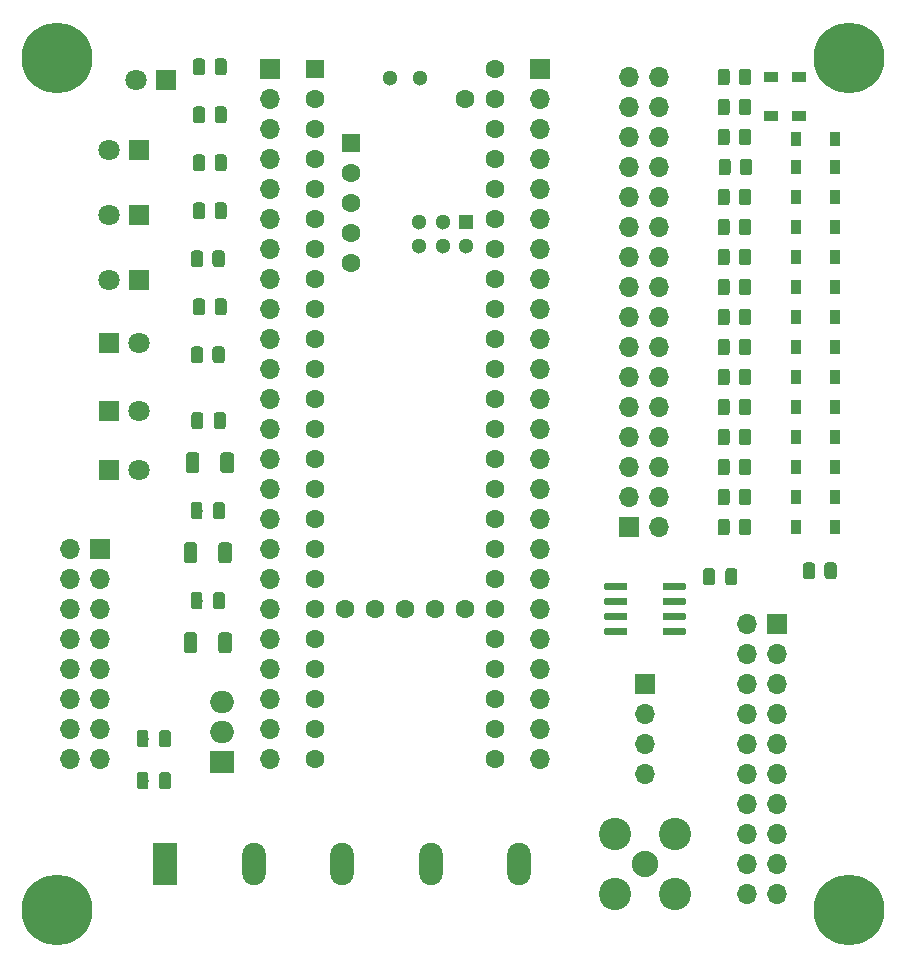
<source format=gts>
%TF.GenerationSoftware,KiCad,Pcbnew,(5.1.4)-1*%
%TF.CreationDate,2021-11-01T00:35:55-04:00*%
%TF.ProjectId,CentralPCB,43656e74-7261-46c5-9043-422e6b696361,v01*%
%TF.SameCoordinates,Original*%
%TF.FileFunction,Soldermask,Top*%
%TF.FilePolarity,Negative*%
%FSLAX46Y46*%
G04 Gerber Fmt 4.6, Leading zero omitted, Abs format (unit mm)*
G04 Created by KiCad (PCBNEW (5.1.4)-1) date 2021-11-01 00:35:55*
%MOMM*%
%LPD*%
G04 APERTURE LIST*
%ADD10C,6.000000*%
%ADD11O,1.700000X1.700000*%
%ADD12R,1.700000X1.700000*%
%ADD13R,0.900000X1.200000*%
%ADD14R,2.000000X1.905000*%
%ADD15O,2.000000X1.905000*%
%ADD16C,0.100000*%
%ADD17C,1.025000*%
%ADD18C,1.000000*%
%ADD19R,1.800000X1.800000*%
%ADD20C,1.800000*%
%ADD21R,2.000000X3.600000*%
%ADD22O,2.000000X3.600000*%
%ADD23C,2.740000*%
%ADD24C,2.240000*%
%ADD25C,1.300000*%
%ADD26C,1.600000*%
%ADD27R,1.300000X1.300000*%
%ADD28R,1.600000X1.600000*%
%ADD29C,0.600000*%
%ADD30C,1.125000*%
%ADD31R,1.200000X0.900000*%
G04 APERTURE END LIST*
D10*
%TO.C, *%
X97028000Y-102108000D03*
%TD*%
%TO.C, *%
X29972000Y-102108000D03*
%TD*%
%TO.C, *%
X29972000Y-29972000D03*
%TD*%
%TO.C, *%
X97028000Y-29972000D03*
%TD*%
D11*
%TO.C,J2*%
X79759500Y-90554500D03*
X79759500Y-88014500D03*
X79759500Y-85474500D03*
D12*
X79759500Y-82934500D03*
%TD*%
D13*
%TO.C,D12*%
X95831500Y-59476500D03*
X92531500Y-59476500D03*
%TD*%
D14*
%TO.C,U3*%
X43909500Y-89524500D03*
D15*
X43909500Y-86984500D03*
X43909500Y-84444500D03*
%TD*%
D16*
%TO.C,R4*%
G36*
X93926005Y-72643704D02*
G01*
X93950273Y-72647304D01*
X93974072Y-72653265D01*
X93997171Y-72661530D01*
X94019350Y-72672020D01*
X94040393Y-72684632D01*
X94060099Y-72699247D01*
X94078277Y-72715723D01*
X94094753Y-72733901D01*
X94109368Y-72753607D01*
X94121980Y-72774650D01*
X94132470Y-72796829D01*
X94140735Y-72819928D01*
X94146696Y-72843727D01*
X94150296Y-72867995D01*
X94151500Y-72892499D01*
X94151500Y-73792501D01*
X94150296Y-73817005D01*
X94146696Y-73841273D01*
X94140735Y-73865072D01*
X94132470Y-73888171D01*
X94121980Y-73910350D01*
X94109368Y-73931393D01*
X94094753Y-73951099D01*
X94078277Y-73969277D01*
X94060099Y-73985753D01*
X94040393Y-74000368D01*
X94019350Y-74012980D01*
X93997171Y-74023470D01*
X93974072Y-74031735D01*
X93950273Y-74037696D01*
X93926005Y-74041296D01*
X93901501Y-74042500D01*
X93376499Y-74042500D01*
X93351995Y-74041296D01*
X93327727Y-74037696D01*
X93303928Y-74031735D01*
X93280829Y-74023470D01*
X93258650Y-74012980D01*
X93237607Y-74000368D01*
X93217901Y-73985753D01*
X93199723Y-73969277D01*
X93183247Y-73951099D01*
X93168632Y-73931393D01*
X93156020Y-73910350D01*
X93145530Y-73888171D01*
X93137265Y-73865072D01*
X93131304Y-73841273D01*
X93127704Y-73817005D01*
X93126500Y-73792501D01*
X93126500Y-72892499D01*
X93127704Y-72867995D01*
X93131304Y-72843727D01*
X93137265Y-72819928D01*
X93145530Y-72796829D01*
X93156020Y-72774650D01*
X93168632Y-72753607D01*
X93183247Y-72733901D01*
X93199723Y-72715723D01*
X93217901Y-72699247D01*
X93237607Y-72684632D01*
X93258650Y-72672020D01*
X93280829Y-72661530D01*
X93303928Y-72653265D01*
X93327727Y-72647304D01*
X93351995Y-72643704D01*
X93376499Y-72642500D01*
X93901501Y-72642500D01*
X93926005Y-72643704D01*
X93926005Y-72643704D01*
G37*
D17*
X93639000Y-73342500D03*
D16*
G36*
X95751005Y-72643704D02*
G01*
X95775273Y-72647304D01*
X95799072Y-72653265D01*
X95822171Y-72661530D01*
X95844350Y-72672020D01*
X95865393Y-72684632D01*
X95885099Y-72699247D01*
X95903277Y-72715723D01*
X95919753Y-72733901D01*
X95934368Y-72753607D01*
X95946980Y-72774650D01*
X95957470Y-72796829D01*
X95965735Y-72819928D01*
X95971696Y-72843727D01*
X95975296Y-72867995D01*
X95976500Y-72892499D01*
X95976500Y-73792501D01*
X95975296Y-73817005D01*
X95971696Y-73841273D01*
X95965735Y-73865072D01*
X95957470Y-73888171D01*
X95946980Y-73910350D01*
X95934368Y-73931393D01*
X95919753Y-73951099D01*
X95903277Y-73969277D01*
X95885099Y-73985753D01*
X95865393Y-74000368D01*
X95844350Y-74012980D01*
X95822171Y-74023470D01*
X95799072Y-74031735D01*
X95775273Y-74037696D01*
X95751005Y-74041296D01*
X95726501Y-74042500D01*
X95201499Y-74042500D01*
X95176995Y-74041296D01*
X95152727Y-74037696D01*
X95128928Y-74031735D01*
X95105829Y-74023470D01*
X95083650Y-74012980D01*
X95062607Y-74000368D01*
X95042901Y-73985753D01*
X95024723Y-73969277D01*
X95008247Y-73951099D01*
X94993632Y-73931393D01*
X94981020Y-73910350D01*
X94970530Y-73888171D01*
X94962265Y-73865072D01*
X94956304Y-73841273D01*
X94952704Y-73817005D01*
X94951500Y-73792501D01*
X94951500Y-72892499D01*
X94952704Y-72867995D01*
X94956304Y-72843727D01*
X94962265Y-72819928D01*
X94970530Y-72796829D01*
X94981020Y-72774650D01*
X94993632Y-72753607D01*
X95008247Y-72733901D01*
X95024723Y-72715723D01*
X95042901Y-72699247D01*
X95062607Y-72684632D01*
X95083650Y-72672020D01*
X95105829Y-72661530D01*
X95128928Y-72653265D01*
X95152727Y-72647304D01*
X95176995Y-72643704D01*
X95201499Y-72642500D01*
X95726501Y-72642500D01*
X95751005Y-72643704D01*
X95751005Y-72643704D01*
G37*
D17*
X95464000Y-73342500D03*
%TD*%
D16*
%TO.C,C6*%
G36*
X39388004Y-86842704D02*
G01*
X39412273Y-86846304D01*
X39436071Y-86852265D01*
X39459171Y-86860530D01*
X39481349Y-86871020D01*
X39502393Y-86883633D01*
X39522098Y-86898247D01*
X39540277Y-86914723D01*
X39556753Y-86932902D01*
X39571367Y-86952607D01*
X39583980Y-86973651D01*
X39594470Y-86995829D01*
X39602735Y-87018929D01*
X39608696Y-87042727D01*
X39612296Y-87066996D01*
X39613500Y-87091500D01*
X39613500Y-88041500D01*
X39612296Y-88066004D01*
X39608696Y-88090273D01*
X39602735Y-88114071D01*
X39594470Y-88137171D01*
X39583980Y-88159349D01*
X39571367Y-88180393D01*
X39556753Y-88200098D01*
X39540277Y-88218277D01*
X39522098Y-88234753D01*
X39502393Y-88249367D01*
X39481349Y-88261980D01*
X39459171Y-88272470D01*
X39436071Y-88280735D01*
X39412273Y-88286696D01*
X39388004Y-88290296D01*
X39363500Y-88291500D01*
X38863500Y-88291500D01*
X38838996Y-88290296D01*
X38814727Y-88286696D01*
X38790929Y-88280735D01*
X38767829Y-88272470D01*
X38745651Y-88261980D01*
X38724607Y-88249367D01*
X38704902Y-88234753D01*
X38686723Y-88218277D01*
X38670247Y-88200098D01*
X38655633Y-88180393D01*
X38643020Y-88159349D01*
X38632530Y-88137171D01*
X38624265Y-88114071D01*
X38618304Y-88090273D01*
X38614704Y-88066004D01*
X38613500Y-88041500D01*
X38613500Y-87091500D01*
X38614704Y-87066996D01*
X38618304Y-87042727D01*
X38624265Y-87018929D01*
X38632530Y-86995829D01*
X38643020Y-86973651D01*
X38655633Y-86952607D01*
X38670247Y-86932902D01*
X38686723Y-86914723D01*
X38704902Y-86898247D01*
X38724607Y-86883633D01*
X38745651Y-86871020D01*
X38767829Y-86860530D01*
X38790929Y-86852265D01*
X38814727Y-86846304D01*
X38838996Y-86842704D01*
X38863500Y-86841500D01*
X39363500Y-86841500D01*
X39388004Y-86842704D01*
X39388004Y-86842704D01*
G37*
D18*
X39113500Y-87566500D03*
D16*
G36*
X37488004Y-86842704D02*
G01*
X37512273Y-86846304D01*
X37536071Y-86852265D01*
X37559171Y-86860530D01*
X37581349Y-86871020D01*
X37602393Y-86883633D01*
X37622098Y-86898247D01*
X37640277Y-86914723D01*
X37656753Y-86932902D01*
X37671367Y-86952607D01*
X37683980Y-86973651D01*
X37694470Y-86995829D01*
X37702735Y-87018929D01*
X37708696Y-87042727D01*
X37712296Y-87066996D01*
X37713500Y-87091500D01*
X37713500Y-88041500D01*
X37712296Y-88066004D01*
X37708696Y-88090273D01*
X37702735Y-88114071D01*
X37694470Y-88137171D01*
X37683980Y-88159349D01*
X37671367Y-88180393D01*
X37656753Y-88200098D01*
X37640277Y-88218277D01*
X37622098Y-88234753D01*
X37602393Y-88249367D01*
X37581349Y-88261980D01*
X37559171Y-88272470D01*
X37536071Y-88280735D01*
X37512273Y-88286696D01*
X37488004Y-88290296D01*
X37463500Y-88291500D01*
X36963500Y-88291500D01*
X36938996Y-88290296D01*
X36914727Y-88286696D01*
X36890929Y-88280735D01*
X36867829Y-88272470D01*
X36845651Y-88261980D01*
X36824607Y-88249367D01*
X36804902Y-88234753D01*
X36786723Y-88218277D01*
X36770247Y-88200098D01*
X36755633Y-88180393D01*
X36743020Y-88159349D01*
X36732530Y-88137171D01*
X36724265Y-88114071D01*
X36718304Y-88090273D01*
X36714704Y-88066004D01*
X36713500Y-88041500D01*
X36713500Y-87091500D01*
X36714704Y-87066996D01*
X36718304Y-87042727D01*
X36724265Y-87018929D01*
X36732530Y-86995829D01*
X36743020Y-86973651D01*
X36755633Y-86952607D01*
X36770247Y-86932902D01*
X36786723Y-86914723D01*
X36804902Y-86898247D01*
X36824607Y-86883633D01*
X36845651Y-86871020D01*
X36867829Y-86860530D01*
X36890929Y-86852265D01*
X36914727Y-86846304D01*
X36938996Y-86842704D01*
X36963500Y-86841500D01*
X37463500Y-86841500D01*
X37488004Y-86842704D01*
X37488004Y-86842704D01*
G37*
D18*
X37213500Y-87566500D03*
%TD*%
D16*
%TO.C,C5*%
G36*
X39388004Y-90398704D02*
G01*
X39412273Y-90402304D01*
X39436071Y-90408265D01*
X39459171Y-90416530D01*
X39481349Y-90427020D01*
X39502393Y-90439633D01*
X39522098Y-90454247D01*
X39540277Y-90470723D01*
X39556753Y-90488902D01*
X39571367Y-90508607D01*
X39583980Y-90529651D01*
X39594470Y-90551829D01*
X39602735Y-90574929D01*
X39608696Y-90598727D01*
X39612296Y-90622996D01*
X39613500Y-90647500D01*
X39613500Y-91597500D01*
X39612296Y-91622004D01*
X39608696Y-91646273D01*
X39602735Y-91670071D01*
X39594470Y-91693171D01*
X39583980Y-91715349D01*
X39571367Y-91736393D01*
X39556753Y-91756098D01*
X39540277Y-91774277D01*
X39522098Y-91790753D01*
X39502393Y-91805367D01*
X39481349Y-91817980D01*
X39459171Y-91828470D01*
X39436071Y-91836735D01*
X39412273Y-91842696D01*
X39388004Y-91846296D01*
X39363500Y-91847500D01*
X38863500Y-91847500D01*
X38838996Y-91846296D01*
X38814727Y-91842696D01*
X38790929Y-91836735D01*
X38767829Y-91828470D01*
X38745651Y-91817980D01*
X38724607Y-91805367D01*
X38704902Y-91790753D01*
X38686723Y-91774277D01*
X38670247Y-91756098D01*
X38655633Y-91736393D01*
X38643020Y-91715349D01*
X38632530Y-91693171D01*
X38624265Y-91670071D01*
X38618304Y-91646273D01*
X38614704Y-91622004D01*
X38613500Y-91597500D01*
X38613500Y-90647500D01*
X38614704Y-90622996D01*
X38618304Y-90598727D01*
X38624265Y-90574929D01*
X38632530Y-90551829D01*
X38643020Y-90529651D01*
X38655633Y-90508607D01*
X38670247Y-90488902D01*
X38686723Y-90470723D01*
X38704902Y-90454247D01*
X38724607Y-90439633D01*
X38745651Y-90427020D01*
X38767829Y-90416530D01*
X38790929Y-90408265D01*
X38814727Y-90402304D01*
X38838996Y-90398704D01*
X38863500Y-90397500D01*
X39363500Y-90397500D01*
X39388004Y-90398704D01*
X39388004Y-90398704D01*
G37*
D18*
X39113500Y-91122500D03*
D16*
G36*
X37488004Y-90398704D02*
G01*
X37512273Y-90402304D01*
X37536071Y-90408265D01*
X37559171Y-90416530D01*
X37581349Y-90427020D01*
X37602393Y-90439633D01*
X37622098Y-90454247D01*
X37640277Y-90470723D01*
X37656753Y-90488902D01*
X37671367Y-90508607D01*
X37683980Y-90529651D01*
X37694470Y-90551829D01*
X37702735Y-90574929D01*
X37708696Y-90598727D01*
X37712296Y-90622996D01*
X37713500Y-90647500D01*
X37713500Y-91597500D01*
X37712296Y-91622004D01*
X37708696Y-91646273D01*
X37702735Y-91670071D01*
X37694470Y-91693171D01*
X37683980Y-91715349D01*
X37671367Y-91736393D01*
X37656753Y-91756098D01*
X37640277Y-91774277D01*
X37622098Y-91790753D01*
X37602393Y-91805367D01*
X37581349Y-91817980D01*
X37559171Y-91828470D01*
X37536071Y-91836735D01*
X37512273Y-91842696D01*
X37488004Y-91846296D01*
X37463500Y-91847500D01*
X36963500Y-91847500D01*
X36938996Y-91846296D01*
X36914727Y-91842696D01*
X36890929Y-91836735D01*
X36867829Y-91828470D01*
X36845651Y-91817980D01*
X36824607Y-91805367D01*
X36804902Y-91790753D01*
X36786723Y-91774277D01*
X36770247Y-91756098D01*
X36755633Y-91736393D01*
X36743020Y-91715349D01*
X36732530Y-91693171D01*
X36724265Y-91670071D01*
X36718304Y-91646273D01*
X36714704Y-91622004D01*
X36713500Y-91597500D01*
X36713500Y-90647500D01*
X36714704Y-90622996D01*
X36718304Y-90598727D01*
X36724265Y-90574929D01*
X36732530Y-90551829D01*
X36743020Y-90529651D01*
X36755633Y-90508607D01*
X36770247Y-90488902D01*
X36786723Y-90470723D01*
X36804902Y-90454247D01*
X36824607Y-90439633D01*
X36845651Y-90427020D01*
X36867829Y-90416530D01*
X36890929Y-90408265D01*
X36914727Y-90402304D01*
X36938996Y-90398704D01*
X36963500Y-90397500D01*
X37463500Y-90397500D01*
X37488004Y-90398704D01*
X37488004Y-90398704D01*
G37*
D18*
X37213500Y-91122500D03*
%TD*%
D16*
%TO.C,C4*%
G36*
X85441005Y-73126704D02*
G01*
X85465274Y-73130304D01*
X85489072Y-73136265D01*
X85512172Y-73144530D01*
X85534350Y-73155020D01*
X85555394Y-73167633D01*
X85575099Y-73182247D01*
X85593278Y-73198723D01*
X85609754Y-73216902D01*
X85624368Y-73236607D01*
X85636981Y-73257651D01*
X85647471Y-73279829D01*
X85655736Y-73302929D01*
X85661697Y-73326727D01*
X85665297Y-73350996D01*
X85666501Y-73375500D01*
X85666501Y-74325500D01*
X85665297Y-74350004D01*
X85661697Y-74374273D01*
X85655736Y-74398071D01*
X85647471Y-74421171D01*
X85636981Y-74443349D01*
X85624368Y-74464393D01*
X85609754Y-74484098D01*
X85593278Y-74502277D01*
X85575099Y-74518753D01*
X85555394Y-74533367D01*
X85534350Y-74545980D01*
X85512172Y-74556470D01*
X85489072Y-74564735D01*
X85465274Y-74570696D01*
X85441005Y-74574296D01*
X85416501Y-74575500D01*
X84916501Y-74575500D01*
X84891997Y-74574296D01*
X84867728Y-74570696D01*
X84843930Y-74564735D01*
X84820830Y-74556470D01*
X84798652Y-74545980D01*
X84777608Y-74533367D01*
X84757903Y-74518753D01*
X84739724Y-74502277D01*
X84723248Y-74484098D01*
X84708634Y-74464393D01*
X84696021Y-74443349D01*
X84685531Y-74421171D01*
X84677266Y-74398071D01*
X84671305Y-74374273D01*
X84667705Y-74350004D01*
X84666501Y-74325500D01*
X84666501Y-73375500D01*
X84667705Y-73350996D01*
X84671305Y-73326727D01*
X84677266Y-73302929D01*
X84685531Y-73279829D01*
X84696021Y-73257651D01*
X84708634Y-73236607D01*
X84723248Y-73216902D01*
X84739724Y-73198723D01*
X84757903Y-73182247D01*
X84777608Y-73167633D01*
X84798652Y-73155020D01*
X84820830Y-73144530D01*
X84843930Y-73136265D01*
X84867728Y-73130304D01*
X84891997Y-73126704D01*
X84916501Y-73125500D01*
X85416501Y-73125500D01*
X85441005Y-73126704D01*
X85441005Y-73126704D01*
G37*
D18*
X85166501Y-73850500D03*
D16*
G36*
X87341005Y-73126704D02*
G01*
X87365274Y-73130304D01*
X87389072Y-73136265D01*
X87412172Y-73144530D01*
X87434350Y-73155020D01*
X87455394Y-73167633D01*
X87475099Y-73182247D01*
X87493278Y-73198723D01*
X87509754Y-73216902D01*
X87524368Y-73236607D01*
X87536981Y-73257651D01*
X87547471Y-73279829D01*
X87555736Y-73302929D01*
X87561697Y-73326727D01*
X87565297Y-73350996D01*
X87566501Y-73375500D01*
X87566501Y-74325500D01*
X87565297Y-74350004D01*
X87561697Y-74374273D01*
X87555736Y-74398071D01*
X87547471Y-74421171D01*
X87536981Y-74443349D01*
X87524368Y-74464393D01*
X87509754Y-74484098D01*
X87493278Y-74502277D01*
X87475099Y-74518753D01*
X87455394Y-74533367D01*
X87434350Y-74545980D01*
X87412172Y-74556470D01*
X87389072Y-74564735D01*
X87365274Y-74570696D01*
X87341005Y-74574296D01*
X87316501Y-74575500D01*
X86816501Y-74575500D01*
X86791997Y-74574296D01*
X86767728Y-74570696D01*
X86743930Y-74564735D01*
X86720830Y-74556470D01*
X86698652Y-74545980D01*
X86677608Y-74533367D01*
X86657903Y-74518753D01*
X86639724Y-74502277D01*
X86623248Y-74484098D01*
X86608634Y-74464393D01*
X86596021Y-74443349D01*
X86585531Y-74421171D01*
X86577266Y-74398071D01*
X86571305Y-74374273D01*
X86567705Y-74350004D01*
X86566501Y-74325500D01*
X86566501Y-73375500D01*
X86567705Y-73350996D01*
X86571305Y-73326727D01*
X86577266Y-73302929D01*
X86585531Y-73279829D01*
X86596021Y-73257651D01*
X86608634Y-73236607D01*
X86623248Y-73216902D01*
X86639724Y-73198723D01*
X86657903Y-73182247D01*
X86677608Y-73167633D01*
X86698652Y-73155020D01*
X86720830Y-73144530D01*
X86743930Y-73136265D01*
X86767728Y-73130304D01*
X86791997Y-73126704D01*
X86816501Y-73125500D01*
X87316501Y-73125500D01*
X87341005Y-73126704D01*
X87341005Y-73126704D01*
G37*
D18*
X87066501Y-73850500D03*
%TD*%
D16*
%TO.C,C3*%
G36*
X42060004Y-75158704D02*
G01*
X42084273Y-75162304D01*
X42108071Y-75168265D01*
X42131171Y-75176530D01*
X42153349Y-75187020D01*
X42174393Y-75199633D01*
X42194098Y-75214247D01*
X42212277Y-75230723D01*
X42228753Y-75248902D01*
X42243367Y-75268607D01*
X42255980Y-75289651D01*
X42266470Y-75311829D01*
X42274735Y-75334929D01*
X42280696Y-75358727D01*
X42284296Y-75382996D01*
X42285500Y-75407500D01*
X42285500Y-76357500D01*
X42284296Y-76382004D01*
X42280696Y-76406273D01*
X42274735Y-76430071D01*
X42266470Y-76453171D01*
X42255980Y-76475349D01*
X42243367Y-76496393D01*
X42228753Y-76516098D01*
X42212277Y-76534277D01*
X42194098Y-76550753D01*
X42174393Y-76565367D01*
X42153349Y-76577980D01*
X42131171Y-76588470D01*
X42108071Y-76596735D01*
X42084273Y-76602696D01*
X42060004Y-76606296D01*
X42035500Y-76607500D01*
X41535500Y-76607500D01*
X41510996Y-76606296D01*
X41486727Y-76602696D01*
X41462929Y-76596735D01*
X41439829Y-76588470D01*
X41417651Y-76577980D01*
X41396607Y-76565367D01*
X41376902Y-76550753D01*
X41358723Y-76534277D01*
X41342247Y-76516098D01*
X41327633Y-76496393D01*
X41315020Y-76475349D01*
X41304530Y-76453171D01*
X41296265Y-76430071D01*
X41290304Y-76406273D01*
X41286704Y-76382004D01*
X41285500Y-76357500D01*
X41285500Y-75407500D01*
X41286704Y-75382996D01*
X41290304Y-75358727D01*
X41296265Y-75334929D01*
X41304530Y-75311829D01*
X41315020Y-75289651D01*
X41327633Y-75268607D01*
X41342247Y-75248902D01*
X41358723Y-75230723D01*
X41376902Y-75214247D01*
X41396607Y-75199633D01*
X41417651Y-75187020D01*
X41439829Y-75176530D01*
X41462929Y-75168265D01*
X41486727Y-75162304D01*
X41510996Y-75158704D01*
X41535500Y-75157500D01*
X42035500Y-75157500D01*
X42060004Y-75158704D01*
X42060004Y-75158704D01*
G37*
D18*
X41785500Y-75882500D03*
D16*
G36*
X43960004Y-75158704D02*
G01*
X43984273Y-75162304D01*
X44008071Y-75168265D01*
X44031171Y-75176530D01*
X44053349Y-75187020D01*
X44074393Y-75199633D01*
X44094098Y-75214247D01*
X44112277Y-75230723D01*
X44128753Y-75248902D01*
X44143367Y-75268607D01*
X44155980Y-75289651D01*
X44166470Y-75311829D01*
X44174735Y-75334929D01*
X44180696Y-75358727D01*
X44184296Y-75382996D01*
X44185500Y-75407500D01*
X44185500Y-76357500D01*
X44184296Y-76382004D01*
X44180696Y-76406273D01*
X44174735Y-76430071D01*
X44166470Y-76453171D01*
X44155980Y-76475349D01*
X44143367Y-76496393D01*
X44128753Y-76516098D01*
X44112277Y-76534277D01*
X44094098Y-76550753D01*
X44074393Y-76565367D01*
X44053349Y-76577980D01*
X44031171Y-76588470D01*
X44008071Y-76596735D01*
X43984273Y-76602696D01*
X43960004Y-76606296D01*
X43935500Y-76607500D01*
X43435500Y-76607500D01*
X43410996Y-76606296D01*
X43386727Y-76602696D01*
X43362929Y-76596735D01*
X43339829Y-76588470D01*
X43317651Y-76577980D01*
X43296607Y-76565367D01*
X43276902Y-76550753D01*
X43258723Y-76534277D01*
X43242247Y-76516098D01*
X43227633Y-76496393D01*
X43215020Y-76475349D01*
X43204530Y-76453171D01*
X43196265Y-76430071D01*
X43190304Y-76406273D01*
X43186704Y-76382004D01*
X43185500Y-76357500D01*
X43185500Y-75407500D01*
X43186704Y-75382996D01*
X43190304Y-75358727D01*
X43196265Y-75334929D01*
X43204530Y-75311829D01*
X43215020Y-75289651D01*
X43227633Y-75268607D01*
X43242247Y-75248902D01*
X43258723Y-75230723D01*
X43276902Y-75214247D01*
X43296607Y-75199633D01*
X43317651Y-75187020D01*
X43339829Y-75176530D01*
X43362929Y-75168265D01*
X43386727Y-75162304D01*
X43410996Y-75158704D01*
X43435500Y-75157500D01*
X43935500Y-75157500D01*
X43960004Y-75158704D01*
X43960004Y-75158704D01*
G37*
D18*
X43685500Y-75882500D03*
%TD*%
D16*
%TO.C,C2*%
G36*
X42060004Y-67538704D02*
G01*
X42084273Y-67542304D01*
X42108071Y-67548265D01*
X42131171Y-67556530D01*
X42153349Y-67567020D01*
X42174393Y-67579633D01*
X42194098Y-67594247D01*
X42212277Y-67610723D01*
X42228753Y-67628902D01*
X42243367Y-67648607D01*
X42255980Y-67669651D01*
X42266470Y-67691829D01*
X42274735Y-67714929D01*
X42280696Y-67738727D01*
X42284296Y-67762996D01*
X42285500Y-67787500D01*
X42285500Y-68737500D01*
X42284296Y-68762004D01*
X42280696Y-68786273D01*
X42274735Y-68810071D01*
X42266470Y-68833171D01*
X42255980Y-68855349D01*
X42243367Y-68876393D01*
X42228753Y-68896098D01*
X42212277Y-68914277D01*
X42194098Y-68930753D01*
X42174393Y-68945367D01*
X42153349Y-68957980D01*
X42131171Y-68968470D01*
X42108071Y-68976735D01*
X42084273Y-68982696D01*
X42060004Y-68986296D01*
X42035500Y-68987500D01*
X41535500Y-68987500D01*
X41510996Y-68986296D01*
X41486727Y-68982696D01*
X41462929Y-68976735D01*
X41439829Y-68968470D01*
X41417651Y-68957980D01*
X41396607Y-68945367D01*
X41376902Y-68930753D01*
X41358723Y-68914277D01*
X41342247Y-68896098D01*
X41327633Y-68876393D01*
X41315020Y-68855349D01*
X41304530Y-68833171D01*
X41296265Y-68810071D01*
X41290304Y-68786273D01*
X41286704Y-68762004D01*
X41285500Y-68737500D01*
X41285500Y-67787500D01*
X41286704Y-67762996D01*
X41290304Y-67738727D01*
X41296265Y-67714929D01*
X41304530Y-67691829D01*
X41315020Y-67669651D01*
X41327633Y-67648607D01*
X41342247Y-67628902D01*
X41358723Y-67610723D01*
X41376902Y-67594247D01*
X41396607Y-67579633D01*
X41417651Y-67567020D01*
X41439829Y-67556530D01*
X41462929Y-67548265D01*
X41486727Y-67542304D01*
X41510996Y-67538704D01*
X41535500Y-67537500D01*
X42035500Y-67537500D01*
X42060004Y-67538704D01*
X42060004Y-67538704D01*
G37*
D18*
X41785500Y-68262500D03*
D16*
G36*
X43960004Y-67538704D02*
G01*
X43984273Y-67542304D01*
X44008071Y-67548265D01*
X44031171Y-67556530D01*
X44053349Y-67567020D01*
X44074393Y-67579633D01*
X44094098Y-67594247D01*
X44112277Y-67610723D01*
X44128753Y-67628902D01*
X44143367Y-67648607D01*
X44155980Y-67669651D01*
X44166470Y-67691829D01*
X44174735Y-67714929D01*
X44180696Y-67738727D01*
X44184296Y-67762996D01*
X44185500Y-67787500D01*
X44185500Y-68737500D01*
X44184296Y-68762004D01*
X44180696Y-68786273D01*
X44174735Y-68810071D01*
X44166470Y-68833171D01*
X44155980Y-68855349D01*
X44143367Y-68876393D01*
X44128753Y-68896098D01*
X44112277Y-68914277D01*
X44094098Y-68930753D01*
X44074393Y-68945367D01*
X44053349Y-68957980D01*
X44031171Y-68968470D01*
X44008071Y-68976735D01*
X43984273Y-68982696D01*
X43960004Y-68986296D01*
X43935500Y-68987500D01*
X43435500Y-68987500D01*
X43410996Y-68986296D01*
X43386727Y-68982696D01*
X43362929Y-68976735D01*
X43339829Y-68968470D01*
X43317651Y-68957980D01*
X43296607Y-68945367D01*
X43276902Y-68930753D01*
X43258723Y-68914277D01*
X43242247Y-68896098D01*
X43227633Y-68876393D01*
X43215020Y-68855349D01*
X43204530Y-68833171D01*
X43196265Y-68810071D01*
X43190304Y-68786273D01*
X43186704Y-68762004D01*
X43185500Y-68737500D01*
X43185500Y-67787500D01*
X43186704Y-67762996D01*
X43190304Y-67738727D01*
X43196265Y-67714929D01*
X43204530Y-67691829D01*
X43215020Y-67669651D01*
X43227633Y-67648607D01*
X43242247Y-67628902D01*
X43258723Y-67610723D01*
X43276902Y-67594247D01*
X43296607Y-67579633D01*
X43317651Y-67567020D01*
X43339829Y-67556530D01*
X43362929Y-67548265D01*
X43386727Y-67542304D01*
X43410996Y-67538704D01*
X43435500Y-67537500D01*
X43935500Y-67537500D01*
X43960004Y-67538704D01*
X43960004Y-67538704D01*
G37*
D18*
X43685500Y-68262500D03*
%TD*%
D16*
%TO.C,C1*%
G36*
X42126004Y-59918704D02*
G01*
X42150273Y-59922304D01*
X42174071Y-59928265D01*
X42197171Y-59936530D01*
X42219349Y-59947020D01*
X42240393Y-59959633D01*
X42260098Y-59974247D01*
X42278277Y-59990723D01*
X42294753Y-60008902D01*
X42309367Y-60028607D01*
X42321980Y-60049651D01*
X42332470Y-60071829D01*
X42340735Y-60094929D01*
X42346696Y-60118727D01*
X42350296Y-60142996D01*
X42351500Y-60167500D01*
X42351500Y-61117500D01*
X42350296Y-61142004D01*
X42346696Y-61166273D01*
X42340735Y-61190071D01*
X42332470Y-61213171D01*
X42321980Y-61235349D01*
X42309367Y-61256393D01*
X42294753Y-61276098D01*
X42278277Y-61294277D01*
X42260098Y-61310753D01*
X42240393Y-61325367D01*
X42219349Y-61337980D01*
X42197171Y-61348470D01*
X42174071Y-61356735D01*
X42150273Y-61362696D01*
X42126004Y-61366296D01*
X42101500Y-61367500D01*
X41601500Y-61367500D01*
X41576996Y-61366296D01*
X41552727Y-61362696D01*
X41528929Y-61356735D01*
X41505829Y-61348470D01*
X41483651Y-61337980D01*
X41462607Y-61325367D01*
X41442902Y-61310753D01*
X41424723Y-61294277D01*
X41408247Y-61276098D01*
X41393633Y-61256393D01*
X41381020Y-61235349D01*
X41370530Y-61213171D01*
X41362265Y-61190071D01*
X41356304Y-61166273D01*
X41352704Y-61142004D01*
X41351500Y-61117500D01*
X41351500Y-60167500D01*
X41352704Y-60142996D01*
X41356304Y-60118727D01*
X41362265Y-60094929D01*
X41370530Y-60071829D01*
X41381020Y-60049651D01*
X41393633Y-60028607D01*
X41408247Y-60008902D01*
X41424723Y-59990723D01*
X41442902Y-59974247D01*
X41462607Y-59959633D01*
X41483651Y-59947020D01*
X41505829Y-59936530D01*
X41528929Y-59928265D01*
X41552727Y-59922304D01*
X41576996Y-59918704D01*
X41601500Y-59917500D01*
X42101500Y-59917500D01*
X42126004Y-59918704D01*
X42126004Y-59918704D01*
G37*
D18*
X41851500Y-60642500D03*
D16*
G36*
X44026004Y-59918704D02*
G01*
X44050273Y-59922304D01*
X44074071Y-59928265D01*
X44097171Y-59936530D01*
X44119349Y-59947020D01*
X44140393Y-59959633D01*
X44160098Y-59974247D01*
X44178277Y-59990723D01*
X44194753Y-60008902D01*
X44209367Y-60028607D01*
X44221980Y-60049651D01*
X44232470Y-60071829D01*
X44240735Y-60094929D01*
X44246696Y-60118727D01*
X44250296Y-60142996D01*
X44251500Y-60167500D01*
X44251500Y-61117500D01*
X44250296Y-61142004D01*
X44246696Y-61166273D01*
X44240735Y-61190071D01*
X44232470Y-61213171D01*
X44221980Y-61235349D01*
X44209367Y-61256393D01*
X44194753Y-61276098D01*
X44178277Y-61294277D01*
X44160098Y-61310753D01*
X44140393Y-61325367D01*
X44119349Y-61337980D01*
X44097171Y-61348470D01*
X44074071Y-61356735D01*
X44050273Y-61362696D01*
X44026004Y-61366296D01*
X44001500Y-61367500D01*
X43501500Y-61367500D01*
X43476996Y-61366296D01*
X43452727Y-61362696D01*
X43428929Y-61356735D01*
X43405829Y-61348470D01*
X43383651Y-61337980D01*
X43362607Y-61325367D01*
X43342902Y-61310753D01*
X43324723Y-61294277D01*
X43308247Y-61276098D01*
X43293633Y-61256393D01*
X43281020Y-61235349D01*
X43270530Y-61213171D01*
X43262265Y-61190071D01*
X43256304Y-61166273D01*
X43252704Y-61142004D01*
X43251500Y-61117500D01*
X43251500Y-60167500D01*
X43252704Y-60142996D01*
X43256304Y-60118727D01*
X43262265Y-60094929D01*
X43270530Y-60071829D01*
X43281020Y-60049651D01*
X43293633Y-60028607D01*
X43308247Y-60008902D01*
X43324723Y-59990723D01*
X43342902Y-59974247D01*
X43362607Y-59959633D01*
X43383651Y-59947020D01*
X43405829Y-59936530D01*
X43428929Y-59928265D01*
X43452727Y-59922304D01*
X43476996Y-59918704D01*
X43501500Y-59917500D01*
X44001500Y-59917500D01*
X44026004Y-59918704D01*
X44026004Y-59918704D01*
G37*
D18*
X43751500Y-60642500D03*
%TD*%
D16*
%TO.C,R24*%
G36*
X88523005Y-30837704D02*
G01*
X88547273Y-30841304D01*
X88571072Y-30847265D01*
X88594171Y-30855530D01*
X88616350Y-30866020D01*
X88637393Y-30878632D01*
X88657099Y-30893247D01*
X88675277Y-30909723D01*
X88691753Y-30927901D01*
X88706368Y-30947607D01*
X88718980Y-30968650D01*
X88729470Y-30990829D01*
X88737735Y-31013928D01*
X88743696Y-31037727D01*
X88747296Y-31061995D01*
X88748500Y-31086499D01*
X88748500Y-31986501D01*
X88747296Y-32011005D01*
X88743696Y-32035273D01*
X88737735Y-32059072D01*
X88729470Y-32082171D01*
X88718980Y-32104350D01*
X88706368Y-32125393D01*
X88691753Y-32145099D01*
X88675277Y-32163277D01*
X88657099Y-32179753D01*
X88637393Y-32194368D01*
X88616350Y-32206980D01*
X88594171Y-32217470D01*
X88571072Y-32225735D01*
X88547273Y-32231696D01*
X88523005Y-32235296D01*
X88498501Y-32236500D01*
X87973499Y-32236500D01*
X87948995Y-32235296D01*
X87924727Y-32231696D01*
X87900928Y-32225735D01*
X87877829Y-32217470D01*
X87855650Y-32206980D01*
X87834607Y-32194368D01*
X87814901Y-32179753D01*
X87796723Y-32163277D01*
X87780247Y-32145099D01*
X87765632Y-32125393D01*
X87753020Y-32104350D01*
X87742530Y-32082171D01*
X87734265Y-32059072D01*
X87728304Y-32035273D01*
X87724704Y-32011005D01*
X87723500Y-31986501D01*
X87723500Y-31086499D01*
X87724704Y-31061995D01*
X87728304Y-31037727D01*
X87734265Y-31013928D01*
X87742530Y-30990829D01*
X87753020Y-30968650D01*
X87765632Y-30947607D01*
X87780247Y-30927901D01*
X87796723Y-30909723D01*
X87814901Y-30893247D01*
X87834607Y-30878632D01*
X87855650Y-30866020D01*
X87877829Y-30855530D01*
X87900928Y-30847265D01*
X87924727Y-30841304D01*
X87948995Y-30837704D01*
X87973499Y-30836500D01*
X88498501Y-30836500D01*
X88523005Y-30837704D01*
X88523005Y-30837704D01*
G37*
D17*
X88236000Y-31536500D03*
D16*
G36*
X86698005Y-30837704D02*
G01*
X86722273Y-30841304D01*
X86746072Y-30847265D01*
X86769171Y-30855530D01*
X86791350Y-30866020D01*
X86812393Y-30878632D01*
X86832099Y-30893247D01*
X86850277Y-30909723D01*
X86866753Y-30927901D01*
X86881368Y-30947607D01*
X86893980Y-30968650D01*
X86904470Y-30990829D01*
X86912735Y-31013928D01*
X86918696Y-31037727D01*
X86922296Y-31061995D01*
X86923500Y-31086499D01*
X86923500Y-31986501D01*
X86922296Y-32011005D01*
X86918696Y-32035273D01*
X86912735Y-32059072D01*
X86904470Y-32082171D01*
X86893980Y-32104350D01*
X86881368Y-32125393D01*
X86866753Y-32145099D01*
X86850277Y-32163277D01*
X86832099Y-32179753D01*
X86812393Y-32194368D01*
X86791350Y-32206980D01*
X86769171Y-32217470D01*
X86746072Y-32225735D01*
X86722273Y-32231696D01*
X86698005Y-32235296D01*
X86673501Y-32236500D01*
X86148499Y-32236500D01*
X86123995Y-32235296D01*
X86099727Y-32231696D01*
X86075928Y-32225735D01*
X86052829Y-32217470D01*
X86030650Y-32206980D01*
X86009607Y-32194368D01*
X85989901Y-32179753D01*
X85971723Y-32163277D01*
X85955247Y-32145099D01*
X85940632Y-32125393D01*
X85928020Y-32104350D01*
X85917530Y-32082171D01*
X85909265Y-32059072D01*
X85903304Y-32035273D01*
X85899704Y-32011005D01*
X85898500Y-31986501D01*
X85898500Y-31086499D01*
X85899704Y-31061995D01*
X85903304Y-31037727D01*
X85909265Y-31013928D01*
X85917530Y-30990829D01*
X85928020Y-30968650D01*
X85940632Y-30947607D01*
X85955247Y-30927901D01*
X85971723Y-30909723D01*
X85989901Y-30893247D01*
X86009607Y-30878632D01*
X86030650Y-30866020D01*
X86052829Y-30855530D01*
X86075928Y-30847265D01*
X86099727Y-30841304D01*
X86123995Y-30837704D01*
X86148499Y-30836500D01*
X86673501Y-30836500D01*
X86698005Y-30837704D01*
X86698005Y-30837704D01*
G37*
D17*
X86411000Y-31536500D03*
%TD*%
D16*
%TO.C,R1*%
G36*
X43935005Y-54355704D02*
G01*
X43959273Y-54359304D01*
X43983072Y-54365265D01*
X44006171Y-54373530D01*
X44028350Y-54384020D01*
X44049393Y-54396632D01*
X44069099Y-54411247D01*
X44087277Y-54427723D01*
X44103753Y-54445901D01*
X44118368Y-54465607D01*
X44130980Y-54486650D01*
X44141470Y-54508829D01*
X44149735Y-54531928D01*
X44155696Y-54555727D01*
X44159296Y-54579995D01*
X44160500Y-54604499D01*
X44160500Y-55504501D01*
X44159296Y-55529005D01*
X44155696Y-55553273D01*
X44149735Y-55577072D01*
X44141470Y-55600171D01*
X44130980Y-55622350D01*
X44118368Y-55643393D01*
X44103753Y-55663099D01*
X44087277Y-55681277D01*
X44069099Y-55697753D01*
X44049393Y-55712368D01*
X44028350Y-55724980D01*
X44006171Y-55735470D01*
X43983072Y-55743735D01*
X43959273Y-55749696D01*
X43935005Y-55753296D01*
X43910501Y-55754500D01*
X43385499Y-55754500D01*
X43360995Y-55753296D01*
X43336727Y-55749696D01*
X43312928Y-55743735D01*
X43289829Y-55735470D01*
X43267650Y-55724980D01*
X43246607Y-55712368D01*
X43226901Y-55697753D01*
X43208723Y-55681277D01*
X43192247Y-55663099D01*
X43177632Y-55643393D01*
X43165020Y-55622350D01*
X43154530Y-55600171D01*
X43146265Y-55577072D01*
X43140304Y-55553273D01*
X43136704Y-55529005D01*
X43135500Y-55504501D01*
X43135500Y-54604499D01*
X43136704Y-54579995D01*
X43140304Y-54555727D01*
X43146265Y-54531928D01*
X43154530Y-54508829D01*
X43165020Y-54486650D01*
X43177632Y-54465607D01*
X43192247Y-54445901D01*
X43208723Y-54427723D01*
X43226901Y-54411247D01*
X43246607Y-54396632D01*
X43267650Y-54384020D01*
X43289829Y-54373530D01*
X43312928Y-54365265D01*
X43336727Y-54359304D01*
X43360995Y-54355704D01*
X43385499Y-54354500D01*
X43910501Y-54354500D01*
X43935005Y-54355704D01*
X43935005Y-54355704D01*
G37*
D17*
X43648000Y-55054500D03*
D16*
G36*
X42110005Y-54355704D02*
G01*
X42134273Y-54359304D01*
X42158072Y-54365265D01*
X42181171Y-54373530D01*
X42203350Y-54384020D01*
X42224393Y-54396632D01*
X42244099Y-54411247D01*
X42262277Y-54427723D01*
X42278753Y-54445901D01*
X42293368Y-54465607D01*
X42305980Y-54486650D01*
X42316470Y-54508829D01*
X42324735Y-54531928D01*
X42330696Y-54555727D01*
X42334296Y-54579995D01*
X42335500Y-54604499D01*
X42335500Y-55504501D01*
X42334296Y-55529005D01*
X42330696Y-55553273D01*
X42324735Y-55577072D01*
X42316470Y-55600171D01*
X42305980Y-55622350D01*
X42293368Y-55643393D01*
X42278753Y-55663099D01*
X42262277Y-55681277D01*
X42244099Y-55697753D01*
X42224393Y-55712368D01*
X42203350Y-55724980D01*
X42181171Y-55735470D01*
X42158072Y-55743735D01*
X42134273Y-55749696D01*
X42110005Y-55753296D01*
X42085501Y-55754500D01*
X41560499Y-55754500D01*
X41535995Y-55753296D01*
X41511727Y-55749696D01*
X41487928Y-55743735D01*
X41464829Y-55735470D01*
X41442650Y-55724980D01*
X41421607Y-55712368D01*
X41401901Y-55697753D01*
X41383723Y-55681277D01*
X41367247Y-55663099D01*
X41352632Y-55643393D01*
X41340020Y-55622350D01*
X41329530Y-55600171D01*
X41321265Y-55577072D01*
X41315304Y-55553273D01*
X41311704Y-55529005D01*
X41310500Y-55504501D01*
X41310500Y-54604499D01*
X41311704Y-54579995D01*
X41315304Y-54555727D01*
X41321265Y-54531928D01*
X41329530Y-54508829D01*
X41340020Y-54486650D01*
X41352632Y-54465607D01*
X41367247Y-54445901D01*
X41383723Y-54427723D01*
X41401901Y-54411247D01*
X41421607Y-54396632D01*
X41442650Y-54384020D01*
X41464829Y-54373530D01*
X41487928Y-54365265D01*
X41511727Y-54359304D01*
X41535995Y-54355704D01*
X41560499Y-54354500D01*
X42085501Y-54354500D01*
X42110005Y-54355704D01*
X42110005Y-54355704D01*
G37*
D17*
X41823000Y-55054500D03*
%TD*%
D19*
%TO.C,D1*%
X34369500Y-64806500D03*
D20*
X36909500Y-64806500D03*
%TD*%
D12*
%TO.C,J4*%
X70869500Y-30864500D03*
D11*
X70869500Y-33404500D03*
X70869500Y-35944500D03*
X70869500Y-38484500D03*
X70869500Y-41024500D03*
X70869500Y-43564500D03*
X70869500Y-46104500D03*
X70869500Y-48644500D03*
X70869500Y-51184500D03*
X70869500Y-53724500D03*
X70869500Y-56264500D03*
X70869500Y-58804500D03*
X70869500Y-61344500D03*
X70869500Y-63884500D03*
X70869500Y-66424500D03*
X70869500Y-68964500D03*
X70869500Y-71504500D03*
X70869500Y-74044500D03*
X70869500Y-76584500D03*
X70869500Y-79124500D03*
X70869500Y-81664500D03*
X70869500Y-84204500D03*
X70869500Y-86744500D03*
X70869500Y-89284500D03*
%TD*%
D12*
%TO.C,J3*%
X48009500Y-30864500D03*
D11*
X48009500Y-33404500D03*
X48009500Y-35944500D03*
X48009500Y-38484500D03*
X48009500Y-41024500D03*
X48009500Y-43564500D03*
X48009500Y-46104500D03*
X48009500Y-48644500D03*
X48009500Y-51184500D03*
X48009500Y-53724500D03*
X48009500Y-56264500D03*
X48009500Y-58804500D03*
X48009500Y-61344500D03*
X48009500Y-63884500D03*
X48009500Y-66424500D03*
X48009500Y-68964500D03*
X48009500Y-71504500D03*
X48009500Y-74044500D03*
X48009500Y-76584500D03*
X48009500Y-79124500D03*
X48009500Y-81664500D03*
X48009500Y-84204500D03*
X48009500Y-86744500D03*
X48009500Y-89284500D03*
%TD*%
D21*
%TO.C,J8*%
X39119500Y-98174500D03*
D22*
X46619500Y-98174500D03*
X54119500Y-98174500D03*
X61619500Y-98174500D03*
X69119500Y-98174500D03*
%TD*%
D11*
%TO.C,J7*%
X88395500Y-100714500D03*
X90935500Y-100714500D03*
X88395500Y-98174500D03*
X90935500Y-98174500D03*
X88395500Y-95634500D03*
X90935500Y-95634500D03*
X88395500Y-93094500D03*
X90935500Y-93094500D03*
X88395500Y-90554500D03*
X90935500Y-90554500D03*
X88395500Y-88014500D03*
X90935500Y-88014500D03*
X88395500Y-85474500D03*
X90935500Y-85474500D03*
X88395500Y-82934500D03*
X90935500Y-82934500D03*
X88395500Y-80394500D03*
X90935500Y-80394500D03*
X88395500Y-77854500D03*
D12*
X90935500Y-77854500D03*
%TD*%
D23*
%TO.C,J6*%
X77219500Y-100714500D03*
X82299500Y-100714500D03*
X82299500Y-95634500D03*
X77219500Y-95634500D03*
D24*
X79759500Y-98174500D03*
%TD*%
D25*
%TO.C,U2*%
X60709500Y-31594500D03*
X58169500Y-31594500D03*
D26*
X64519500Y-76584500D03*
X61979500Y-76584500D03*
X59439500Y-76584500D03*
X56899500Y-76584500D03*
X54359500Y-76584500D03*
D25*
X60621100Y-43834500D03*
X60621100Y-45834500D03*
X62621100Y-45834500D03*
X62621100Y-43834500D03*
X64621100Y-45834500D03*
D27*
X64621100Y-43834500D03*
D26*
X51819500Y-71504500D03*
X51819500Y-74044500D03*
X51819500Y-76584500D03*
X51819500Y-79124500D03*
X51819500Y-68964500D03*
X51819500Y-66424500D03*
X51819500Y-63884500D03*
X51819500Y-81664500D03*
X51819500Y-84204500D03*
X51819500Y-86744500D03*
X51819500Y-89284500D03*
X67059500Y-89284500D03*
X67059500Y-86744500D03*
X67059500Y-84204500D03*
X67059500Y-81664500D03*
X67059500Y-79124500D03*
X67059500Y-76584500D03*
X67059500Y-74044500D03*
X67059500Y-71504500D03*
X67059500Y-68964500D03*
X67059500Y-66424500D03*
X51819500Y-61344500D03*
X51819500Y-58804500D03*
X51819500Y-56264500D03*
X51819500Y-53724500D03*
X51819500Y-51184500D03*
X51819500Y-48644500D03*
X51819500Y-46104500D03*
X51819500Y-43564500D03*
X51819500Y-41024500D03*
X51819500Y-38484500D03*
X51819500Y-35944500D03*
X51819500Y-33404500D03*
D28*
X51819500Y-30864500D03*
D26*
X67059500Y-63884500D03*
X67059500Y-61344500D03*
X67059500Y-58804500D03*
X67059500Y-56264500D03*
X67059500Y-53724500D03*
X67059500Y-51184500D03*
X67059500Y-48644500D03*
X67059500Y-46104500D03*
X67059500Y-43564500D03*
X67059500Y-41024500D03*
X67059500Y-38484500D03*
X67059500Y-35944500D03*
X67059500Y-33404500D03*
X67059500Y-30864500D03*
D28*
X54870300Y-37163700D03*
D26*
X54870300Y-39703700D03*
X54870300Y-42243700D03*
X54870300Y-44783700D03*
X54870300Y-47323700D03*
X64519500Y-33404500D03*
%TD*%
D11*
%TO.C,J5*%
X80973500Y-31536500D03*
X78433500Y-31536500D03*
X80973500Y-34076500D03*
X78433500Y-34076500D03*
X80973500Y-36616500D03*
X78433500Y-36616500D03*
X80973500Y-39156500D03*
X78433500Y-39156500D03*
X80973500Y-41696500D03*
X78433500Y-41696500D03*
X80973500Y-44236500D03*
X78433500Y-44236500D03*
X80973500Y-46776500D03*
X78433500Y-46776500D03*
X80973500Y-49316500D03*
X78433500Y-49316500D03*
X80973500Y-51856500D03*
X78433500Y-51856500D03*
X80973500Y-54396500D03*
X78433500Y-54396500D03*
X80973500Y-56936500D03*
X78433500Y-56936500D03*
X80973500Y-59476500D03*
X78433500Y-59476500D03*
X80973500Y-62016500D03*
X78433500Y-62016500D03*
X80973500Y-64556500D03*
X78433500Y-64556500D03*
X80973500Y-67096500D03*
X78433500Y-67096500D03*
X80973500Y-69636500D03*
D12*
X78433500Y-69636500D03*
%TD*%
D16*
%TO.C,U1*%
G36*
X78124203Y-74380222D02*
G01*
X78138764Y-74382382D01*
X78153043Y-74385959D01*
X78166903Y-74390918D01*
X78180210Y-74397212D01*
X78192836Y-74404780D01*
X78204659Y-74413548D01*
X78215566Y-74423434D01*
X78225452Y-74434341D01*
X78234220Y-74446164D01*
X78241788Y-74458790D01*
X78248082Y-74472097D01*
X78253041Y-74485957D01*
X78256618Y-74500236D01*
X78258778Y-74514797D01*
X78259500Y-74529500D01*
X78259500Y-74829500D01*
X78258778Y-74844203D01*
X78256618Y-74858764D01*
X78253041Y-74873043D01*
X78248082Y-74886903D01*
X78241788Y-74900210D01*
X78234220Y-74912836D01*
X78225452Y-74924659D01*
X78215566Y-74935566D01*
X78204659Y-74945452D01*
X78192836Y-74954220D01*
X78180210Y-74961788D01*
X78166903Y-74968082D01*
X78153043Y-74973041D01*
X78138764Y-74976618D01*
X78124203Y-74978778D01*
X78109500Y-74979500D01*
X76459500Y-74979500D01*
X76444797Y-74978778D01*
X76430236Y-74976618D01*
X76415957Y-74973041D01*
X76402097Y-74968082D01*
X76388790Y-74961788D01*
X76376164Y-74954220D01*
X76364341Y-74945452D01*
X76353434Y-74935566D01*
X76343548Y-74924659D01*
X76334780Y-74912836D01*
X76327212Y-74900210D01*
X76320918Y-74886903D01*
X76315959Y-74873043D01*
X76312382Y-74858764D01*
X76310222Y-74844203D01*
X76309500Y-74829500D01*
X76309500Y-74529500D01*
X76310222Y-74514797D01*
X76312382Y-74500236D01*
X76315959Y-74485957D01*
X76320918Y-74472097D01*
X76327212Y-74458790D01*
X76334780Y-74446164D01*
X76343548Y-74434341D01*
X76353434Y-74423434D01*
X76364341Y-74413548D01*
X76376164Y-74404780D01*
X76388790Y-74397212D01*
X76402097Y-74390918D01*
X76415957Y-74385959D01*
X76430236Y-74382382D01*
X76444797Y-74380222D01*
X76459500Y-74379500D01*
X78109500Y-74379500D01*
X78124203Y-74380222D01*
X78124203Y-74380222D01*
G37*
D29*
X77284500Y-74679500D03*
D16*
G36*
X78124203Y-75650222D02*
G01*
X78138764Y-75652382D01*
X78153043Y-75655959D01*
X78166903Y-75660918D01*
X78180210Y-75667212D01*
X78192836Y-75674780D01*
X78204659Y-75683548D01*
X78215566Y-75693434D01*
X78225452Y-75704341D01*
X78234220Y-75716164D01*
X78241788Y-75728790D01*
X78248082Y-75742097D01*
X78253041Y-75755957D01*
X78256618Y-75770236D01*
X78258778Y-75784797D01*
X78259500Y-75799500D01*
X78259500Y-76099500D01*
X78258778Y-76114203D01*
X78256618Y-76128764D01*
X78253041Y-76143043D01*
X78248082Y-76156903D01*
X78241788Y-76170210D01*
X78234220Y-76182836D01*
X78225452Y-76194659D01*
X78215566Y-76205566D01*
X78204659Y-76215452D01*
X78192836Y-76224220D01*
X78180210Y-76231788D01*
X78166903Y-76238082D01*
X78153043Y-76243041D01*
X78138764Y-76246618D01*
X78124203Y-76248778D01*
X78109500Y-76249500D01*
X76459500Y-76249500D01*
X76444797Y-76248778D01*
X76430236Y-76246618D01*
X76415957Y-76243041D01*
X76402097Y-76238082D01*
X76388790Y-76231788D01*
X76376164Y-76224220D01*
X76364341Y-76215452D01*
X76353434Y-76205566D01*
X76343548Y-76194659D01*
X76334780Y-76182836D01*
X76327212Y-76170210D01*
X76320918Y-76156903D01*
X76315959Y-76143043D01*
X76312382Y-76128764D01*
X76310222Y-76114203D01*
X76309500Y-76099500D01*
X76309500Y-75799500D01*
X76310222Y-75784797D01*
X76312382Y-75770236D01*
X76315959Y-75755957D01*
X76320918Y-75742097D01*
X76327212Y-75728790D01*
X76334780Y-75716164D01*
X76343548Y-75704341D01*
X76353434Y-75693434D01*
X76364341Y-75683548D01*
X76376164Y-75674780D01*
X76388790Y-75667212D01*
X76402097Y-75660918D01*
X76415957Y-75655959D01*
X76430236Y-75652382D01*
X76444797Y-75650222D01*
X76459500Y-75649500D01*
X78109500Y-75649500D01*
X78124203Y-75650222D01*
X78124203Y-75650222D01*
G37*
D29*
X77284500Y-75949500D03*
D16*
G36*
X78124203Y-76920222D02*
G01*
X78138764Y-76922382D01*
X78153043Y-76925959D01*
X78166903Y-76930918D01*
X78180210Y-76937212D01*
X78192836Y-76944780D01*
X78204659Y-76953548D01*
X78215566Y-76963434D01*
X78225452Y-76974341D01*
X78234220Y-76986164D01*
X78241788Y-76998790D01*
X78248082Y-77012097D01*
X78253041Y-77025957D01*
X78256618Y-77040236D01*
X78258778Y-77054797D01*
X78259500Y-77069500D01*
X78259500Y-77369500D01*
X78258778Y-77384203D01*
X78256618Y-77398764D01*
X78253041Y-77413043D01*
X78248082Y-77426903D01*
X78241788Y-77440210D01*
X78234220Y-77452836D01*
X78225452Y-77464659D01*
X78215566Y-77475566D01*
X78204659Y-77485452D01*
X78192836Y-77494220D01*
X78180210Y-77501788D01*
X78166903Y-77508082D01*
X78153043Y-77513041D01*
X78138764Y-77516618D01*
X78124203Y-77518778D01*
X78109500Y-77519500D01*
X76459500Y-77519500D01*
X76444797Y-77518778D01*
X76430236Y-77516618D01*
X76415957Y-77513041D01*
X76402097Y-77508082D01*
X76388790Y-77501788D01*
X76376164Y-77494220D01*
X76364341Y-77485452D01*
X76353434Y-77475566D01*
X76343548Y-77464659D01*
X76334780Y-77452836D01*
X76327212Y-77440210D01*
X76320918Y-77426903D01*
X76315959Y-77413043D01*
X76312382Y-77398764D01*
X76310222Y-77384203D01*
X76309500Y-77369500D01*
X76309500Y-77069500D01*
X76310222Y-77054797D01*
X76312382Y-77040236D01*
X76315959Y-77025957D01*
X76320918Y-77012097D01*
X76327212Y-76998790D01*
X76334780Y-76986164D01*
X76343548Y-76974341D01*
X76353434Y-76963434D01*
X76364341Y-76953548D01*
X76376164Y-76944780D01*
X76388790Y-76937212D01*
X76402097Y-76930918D01*
X76415957Y-76925959D01*
X76430236Y-76922382D01*
X76444797Y-76920222D01*
X76459500Y-76919500D01*
X78109500Y-76919500D01*
X78124203Y-76920222D01*
X78124203Y-76920222D01*
G37*
D29*
X77284500Y-77219500D03*
D16*
G36*
X78124203Y-78190222D02*
G01*
X78138764Y-78192382D01*
X78153043Y-78195959D01*
X78166903Y-78200918D01*
X78180210Y-78207212D01*
X78192836Y-78214780D01*
X78204659Y-78223548D01*
X78215566Y-78233434D01*
X78225452Y-78244341D01*
X78234220Y-78256164D01*
X78241788Y-78268790D01*
X78248082Y-78282097D01*
X78253041Y-78295957D01*
X78256618Y-78310236D01*
X78258778Y-78324797D01*
X78259500Y-78339500D01*
X78259500Y-78639500D01*
X78258778Y-78654203D01*
X78256618Y-78668764D01*
X78253041Y-78683043D01*
X78248082Y-78696903D01*
X78241788Y-78710210D01*
X78234220Y-78722836D01*
X78225452Y-78734659D01*
X78215566Y-78745566D01*
X78204659Y-78755452D01*
X78192836Y-78764220D01*
X78180210Y-78771788D01*
X78166903Y-78778082D01*
X78153043Y-78783041D01*
X78138764Y-78786618D01*
X78124203Y-78788778D01*
X78109500Y-78789500D01*
X76459500Y-78789500D01*
X76444797Y-78788778D01*
X76430236Y-78786618D01*
X76415957Y-78783041D01*
X76402097Y-78778082D01*
X76388790Y-78771788D01*
X76376164Y-78764220D01*
X76364341Y-78755452D01*
X76353434Y-78745566D01*
X76343548Y-78734659D01*
X76334780Y-78722836D01*
X76327212Y-78710210D01*
X76320918Y-78696903D01*
X76315959Y-78683043D01*
X76312382Y-78668764D01*
X76310222Y-78654203D01*
X76309500Y-78639500D01*
X76309500Y-78339500D01*
X76310222Y-78324797D01*
X76312382Y-78310236D01*
X76315959Y-78295957D01*
X76320918Y-78282097D01*
X76327212Y-78268790D01*
X76334780Y-78256164D01*
X76343548Y-78244341D01*
X76353434Y-78233434D01*
X76364341Y-78223548D01*
X76376164Y-78214780D01*
X76388790Y-78207212D01*
X76402097Y-78200918D01*
X76415957Y-78195959D01*
X76430236Y-78192382D01*
X76444797Y-78190222D01*
X76459500Y-78189500D01*
X78109500Y-78189500D01*
X78124203Y-78190222D01*
X78124203Y-78190222D01*
G37*
D29*
X77284500Y-78489500D03*
D16*
G36*
X83074203Y-78190222D02*
G01*
X83088764Y-78192382D01*
X83103043Y-78195959D01*
X83116903Y-78200918D01*
X83130210Y-78207212D01*
X83142836Y-78214780D01*
X83154659Y-78223548D01*
X83165566Y-78233434D01*
X83175452Y-78244341D01*
X83184220Y-78256164D01*
X83191788Y-78268790D01*
X83198082Y-78282097D01*
X83203041Y-78295957D01*
X83206618Y-78310236D01*
X83208778Y-78324797D01*
X83209500Y-78339500D01*
X83209500Y-78639500D01*
X83208778Y-78654203D01*
X83206618Y-78668764D01*
X83203041Y-78683043D01*
X83198082Y-78696903D01*
X83191788Y-78710210D01*
X83184220Y-78722836D01*
X83175452Y-78734659D01*
X83165566Y-78745566D01*
X83154659Y-78755452D01*
X83142836Y-78764220D01*
X83130210Y-78771788D01*
X83116903Y-78778082D01*
X83103043Y-78783041D01*
X83088764Y-78786618D01*
X83074203Y-78788778D01*
X83059500Y-78789500D01*
X81409500Y-78789500D01*
X81394797Y-78788778D01*
X81380236Y-78786618D01*
X81365957Y-78783041D01*
X81352097Y-78778082D01*
X81338790Y-78771788D01*
X81326164Y-78764220D01*
X81314341Y-78755452D01*
X81303434Y-78745566D01*
X81293548Y-78734659D01*
X81284780Y-78722836D01*
X81277212Y-78710210D01*
X81270918Y-78696903D01*
X81265959Y-78683043D01*
X81262382Y-78668764D01*
X81260222Y-78654203D01*
X81259500Y-78639500D01*
X81259500Y-78339500D01*
X81260222Y-78324797D01*
X81262382Y-78310236D01*
X81265959Y-78295957D01*
X81270918Y-78282097D01*
X81277212Y-78268790D01*
X81284780Y-78256164D01*
X81293548Y-78244341D01*
X81303434Y-78233434D01*
X81314341Y-78223548D01*
X81326164Y-78214780D01*
X81338790Y-78207212D01*
X81352097Y-78200918D01*
X81365957Y-78195959D01*
X81380236Y-78192382D01*
X81394797Y-78190222D01*
X81409500Y-78189500D01*
X83059500Y-78189500D01*
X83074203Y-78190222D01*
X83074203Y-78190222D01*
G37*
D29*
X82234500Y-78489500D03*
D16*
G36*
X83074203Y-76920222D02*
G01*
X83088764Y-76922382D01*
X83103043Y-76925959D01*
X83116903Y-76930918D01*
X83130210Y-76937212D01*
X83142836Y-76944780D01*
X83154659Y-76953548D01*
X83165566Y-76963434D01*
X83175452Y-76974341D01*
X83184220Y-76986164D01*
X83191788Y-76998790D01*
X83198082Y-77012097D01*
X83203041Y-77025957D01*
X83206618Y-77040236D01*
X83208778Y-77054797D01*
X83209500Y-77069500D01*
X83209500Y-77369500D01*
X83208778Y-77384203D01*
X83206618Y-77398764D01*
X83203041Y-77413043D01*
X83198082Y-77426903D01*
X83191788Y-77440210D01*
X83184220Y-77452836D01*
X83175452Y-77464659D01*
X83165566Y-77475566D01*
X83154659Y-77485452D01*
X83142836Y-77494220D01*
X83130210Y-77501788D01*
X83116903Y-77508082D01*
X83103043Y-77513041D01*
X83088764Y-77516618D01*
X83074203Y-77518778D01*
X83059500Y-77519500D01*
X81409500Y-77519500D01*
X81394797Y-77518778D01*
X81380236Y-77516618D01*
X81365957Y-77513041D01*
X81352097Y-77508082D01*
X81338790Y-77501788D01*
X81326164Y-77494220D01*
X81314341Y-77485452D01*
X81303434Y-77475566D01*
X81293548Y-77464659D01*
X81284780Y-77452836D01*
X81277212Y-77440210D01*
X81270918Y-77426903D01*
X81265959Y-77413043D01*
X81262382Y-77398764D01*
X81260222Y-77384203D01*
X81259500Y-77369500D01*
X81259500Y-77069500D01*
X81260222Y-77054797D01*
X81262382Y-77040236D01*
X81265959Y-77025957D01*
X81270918Y-77012097D01*
X81277212Y-76998790D01*
X81284780Y-76986164D01*
X81293548Y-76974341D01*
X81303434Y-76963434D01*
X81314341Y-76953548D01*
X81326164Y-76944780D01*
X81338790Y-76937212D01*
X81352097Y-76930918D01*
X81365957Y-76925959D01*
X81380236Y-76922382D01*
X81394797Y-76920222D01*
X81409500Y-76919500D01*
X83059500Y-76919500D01*
X83074203Y-76920222D01*
X83074203Y-76920222D01*
G37*
D29*
X82234500Y-77219500D03*
D16*
G36*
X83074203Y-75650222D02*
G01*
X83088764Y-75652382D01*
X83103043Y-75655959D01*
X83116903Y-75660918D01*
X83130210Y-75667212D01*
X83142836Y-75674780D01*
X83154659Y-75683548D01*
X83165566Y-75693434D01*
X83175452Y-75704341D01*
X83184220Y-75716164D01*
X83191788Y-75728790D01*
X83198082Y-75742097D01*
X83203041Y-75755957D01*
X83206618Y-75770236D01*
X83208778Y-75784797D01*
X83209500Y-75799500D01*
X83209500Y-76099500D01*
X83208778Y-76114203D01*
X83206618Y-76128764D01*
X83203041Y-76143043D01*
X83198082Y-76156903D01*
X83191788Y-76170210D01*
X83184220Y-76182836D01*
X83175452Y-76194659D01*
X83165566Y-76205566D01*
X83154659Y-76215452D01*
X83142836Y-76224220D01*
X83130210Y-76231788D01*
X83116903Y-76238082D01*
X83103043Y-76243041D01*
X83088764Y-76246618D01*
X83074203Y-76248778D01*
X83059500Y-76249500D01*
X81409500Y-76249500D01*
X81394797Y-76248778D01*
X81380236Y-76246618D01*
X81365957Y-76243041D01*
X81352097Y-76238082D01*
X81338790Y-76231788D01*
X81326164Y-76224220D01*
X81314341Y-76215452D01*
X81303434Y-76205566D01*
X81293548Y-76194659D01*
X81284780Y-76182836D01*
X81277212Y-76170210D01*
X81270918Y-76156903D01*
X81265959Y-76143043D01*
X81262382Y-76128764D01*
X81260222Y-76114203D01*
X81259500Y-76099500D01*
X81259500Y-75799500D01*
X81260222Y-75784797D01*
X81262382Y-75770236D01*
X81265959Y-75755957D01*
X81270918Y-75742097D01*
X81277212Y-75728790D01*
X81284780Y-75716164D01*
X81293548Y-75704341D01*
X81303434Y-75693434D01*
X81314341Y-75683548D01*
X81326164Y-75674780D01*
X81338790Y-75667212D01*
X81352097Y-75660918D01*
X81365957Y-75655959D01*
X81380236Y-75652382D01*
X81394797Y-75650222D01*
X81409500Y-75649500D01*
X83059500Y-75649500D01*
X83074203Y-75650222D01*
X83074203Y-75650222D01*
G37*
D29*
X82234500Y-75949500D03*
D16*
G36*
X83074203Y-74380222D02*
G01*
X83088764Y-74382382D01*
X83103043Y-74385959D01*
X83116903Y-74390918D01*
X83130210Y-74397212D01*
X83142836Y-74404780D01*
X83154659Y-74413548D01*
X83165566Y-74423434D01*
X83175452Y-74434341D01*
X83184220Y-74446164D01*
X83191788Y-74458790D01*
X83198082Y-74472097D01*
X83203041Y-74485957D01*
X83206618Y-74500236D01*
X83208778Y-74514797D01*
X83209500Y-74529500D01*
X83209500Y-74829500D01*
X83208778Y-74844203D01*
X83206618Y-74858764D01*
X83203041Y-74873043D01*
X83198082Y-74886903D01*
X83191788Y-74900210D01*
X83184220Y-74912836D01*
X83175452Y-74924659D01*
X83165566Y-74935566D01*
X83154659Y-74945452D01*
X83142836Y-74954220D01*
X83130210Y-74961788D01*
X83116903Y-74968082D01*
X83103043Y-74973041D01*
X83088764Y-74976618D01*
X83074203Y-74978778D01*
X83059500Y-74979500D01*
X81409500Y-74979500D01*
X81394797Y-74978778D01*
X81380236Y-74976618D01*
X81365957Y-74973041D01*
X81352097Y-74968082D01*
X81338790Y-74961788D01*
X81326164Y-74954220D01*
X81314341Y-74945452D01*
X81303434Y-74935566D01*
X81293548Y-74924659D01*
X81284780Y-74912836D01*
X81277212Y-74900210D01*
X81270918Y-74886903D01*
X81265959Y-74873043D01*
X81262382Y-74858764D01*
X81260222Y-74844203D01*
X81259500Y-74829500D01*
X81259500Y-74529500D01*
X81260222Y-74514797D01*
X81262382Y-74500236D01*
X81265959Y-74485957D01*
X81270918Y-74472097D01*
X81277212Y-74458790D01*
X81284780Y-74446164D01*
X81293548Y-74434341D01*
X81303434Y-74423434D01*
X81314341Y-74413548D01*
X81326164Y-74404780D01*
X81338790Y-74397212D01*
X81352097Y-74390918D01*
X81365957Y-74385959D01*
X81380236Y-74382382D01*
X81394797Y-74380222D01*
X81409500Y-74379500D01*
X83059500Y-74379500D01*
X83074203Y-74380222D01*
X83074203Y-74380222D01*
G37*
D29*
X82234500Y-74679500D03*
%TD*%
D16*
%TO.C,TH3*%
G36*
X41784005Y-63324704D02*
G01*
X41808273Y-63328304D01*
X41832072Y-63334265D01*
X41855171Y-63342530D01*
X41877350Y-63353020D01*
X41898393Y-63365632D01*
X41918099Y-63380247D01*
X41936277Y-63396723D01*
X41952753Y-63414901D01*
X41967368Y-63434607D01*
X41979980Y-63455650D01*
X41990470Y-63477829D01*
X41998735Y-63500928D01*
X42004696Y-63524727D01*
X42008296Y-63548995D01*
X42009500Y-63573499D01*
X42009500Y-64823501D01*
X42008296Y-64848005D01*
X42004696Y-64872273D01*
X41998735Y-64896072D01*
X41990470Y-64919171D01*
X41979980Y-64941350D01*
X41967368Y-64962393D01*
X41952753Y-64982099D01*
X41936277Y-65000277D01*
X41918099Y-65016753D01*
X41898393Y-65031368D01*
X41877350Y-65043980D01*
X41855171Y-65054470D01*
X41832072Y-65062735D01*
X41808273Y-65068696D01*
X41784005Y-65072296D01*
X41759501Y-65073500D01*
X41134499Y-65073500D01*
X41109995Y-65072296D01*
X41085727Y-65068696D01*
X41061928Y-65062735D01*
X41038829Y-65054470D01*
X41016650Y-65043980D01*
X40995607Y-65031368D01*
X40975901Y-65016753D01*
X40957723Y-65000277D01*
X40941247Y-64982099D01*
X40926632Y-64962393D01*
X40914020Y-64941350D01*
X40903530Y-64919171D01*
X40895265Y-64896072D01*
X40889304Y-64872273D01*
X40885704Y-64848005D01*
X40884500Y-64823501D01*
X40884500Y-63573499D01*
X40885704Y-63548995D01*
X40889304Y-63524727D01*
X40895265Y-63500928D01*
X40903530Y-63477829D01*
X40914020Y-63455650D01*
X40926632Y-63434607D01*
X40941247Y-63414901D01*
X40957723Y-63396723D01*
X40975901Y-63380247D01*
X40995607Y-63365632D01*
X41016650Y-63353020D01*
X41038829Y-63342530D01*
X41061928Y-63334265D01*
X41085727Y-63328304D01*
X41109995Y-63324704D01*
X41134499Y-63323500D01*
X41759501Y-63323500D01*
X41784005Y-63324704D01*
X41784005Y-63324704D01*
G37*
D30*
X41447000Y-64198500D03*
D16*
G36*
X44709005Y-63324704D02*
G01*
X44733273Y-63328304D01*
X44757072Y-63334265D01*
X44780171Y-63342530D01*
X44802350Y-63353020D01*
X44823393Y-63365632D01*
X44843099Y-63380247D01*
X44861277Y-63396723D01*
X44877753Y-63414901D01*
X44892368Y-63434607D01*
X44904980Y-63455650D01*
X44915470Y-63477829D01*
X44923735Y-63500928D01*
X44929696Y-63524727D01*
X44933296Y-63548995D01*
X44934500Y-63573499D01*
X44934500Y-64823501D01*
X44933296Y-64848005D01*
X44929696Y-64872273D01*
X44923735Y-64896072D01*
X44915470Y-64919171D01*
X44904980Y-64941350D01*
X44892368Y-64962393D01*
X44877753Y-64982099D01*
X44861277Y-65000277D01*
X44843099Y-65016753D01*
X44823393Y-65031368D01*
X44802350Y-65043980D01*
X44780171Y-65054470D01*
X44757072Y-65062735D01*
X44733273Y-65068696D01*
X44709005Y-65072296D01*
X44684501Y-65073500D01*
X44059499Y-65073500D01*
X44034995Y-65072296D01*
X44010727Y-65068696D01*
X43986928Y-65062735D01*
X43963829Y-65054470D01*
X43941650Y-65043980D01*
X43920607Y-65031368D01*
X43900901Y-65016753D01*
X43882723Y-65000277D01*
X43866247Y-64982099D01*
X43851632Y-64962393D01*
X43839020Y-64941350D01*
X43828530Y-64919171D01*
X43820265Y-64896072D01*
X43814304Y-64872273D01*
X43810704Y-64848005D01*
X43809500Y-64823501D01*
X43809500Y-63573499D01*
X43810704Y-63548995D01*
X43814304Y-63524727D01*
X43820265Y-63500928D01*
X43828530Y-63477829D01*
X43839020Y-63455650D01*
X43851632Y-63434607D01*
X43866247Y-63414901D01*
X43882723Y-63396723D01*
X43900901Y-63380247D01*
X43920607Y-63365632D01*
X43941650Y-63353020D01*
X43963829Y-63342530D01*
X43986928Y-63334265D01*
X44010727Y-63328304D01*
X44034995Y-63324704D01*
X44059499Y-63323500D01*
X44684501Y-63323500D01*
X44709005Y-63324704D01*
X44709005Y-63324704D01*
G37*
D30*
X44372000Y-64198500D03*
%TD*%
D16*
%TO.C,TH2*%
G36*
X41610005Y-70944704D02*
G01*
X41634273Y-70948304D01*
X41658072Y-70954265D01*
X41681171Y-70962530D01*
X41703350Y-70973020D01*
X41724393Y-70985632D01*
X41744099Y-71000247D01*
X41762277Y-71016723D01*
X41778753Y-71034901D01*
X41793368Y-71054607D01*
X41805980Y-71075650D01*
X41816470Y-71097829D01*
X41824735Y-71120928D01*
X41830696Y-71144727D01*
X41834296Y-71168995D01*
X41835500Y-71193499D01*
X41835500Y-72443501D01*
X41834296Y-72468005D01*
X41830696Y-72492273D01*
X41824735Y-72516072D01*
X41816470Y-72539171D01*
X41805980Y-72561350D01*
X41793368Y-72582393D01*
X41778753Y-72602099D01*
X41762277Y-72620277D01*
X41744099Y-72636753D01*
X41724393Y-72651368D01*
X41703350Y-72663980D01*
X41681171Y-72674470D01*
X41658072Y-72682735D01*
X41634273Y-72688696D01*
X41610005Y-72692296D01*
X41585501Y-72693500D01*
X40960499Y-72693500D01*
X40935995Y-72692296D01*
X40911727Y-72688696D01*
X40887928Y-72682735D01*
X40864829Y-72674470D01*
X40842650Y-72663980D01*
X40821607Y-72651368D01*
X40801901Y-72636753D01*
X40783723Y-72620277D01*
X40767247Y-72602099D01*
X40752632Y-72582393D01*
X40740020Y-72561350D01*
X40729530Y-72539171D01*
X40721265Y-72516072D01*
X40715304Y-72492273D01*
X40711704Y-72468005D01*
X40710500Y-72443501D01*
X40710500Y-71193499D01*
X40711704Y-71168995D01*
X40715304Y-71144727D01*
X40721265Y-71120928D01*
X40729530Y-71097829D01*
X40740020Y-71075650D01*
X40752632Y-71054607D01*
X40767247Y-71034901D01*
X40783723Y-71016723D01*
X40801901Y-71000247D01*
X40821607Y-70985632D01*
X40842650Y-70973020D01*
X40864829Y-70962530D01*
X40887928Y-70954265D01*
X40911727Y-70948304D01*
X40935995Y-70944704D01*
X40960499Y-70943500D01*
X41585501Y-70943500D01*
X41610005Y-70944704D01*
X41610005Y-70944704D01*
G37*
D30*
X41273000Y-71818500D03*
D16*
G36*
X44535005Y-70944704D02*
G01*
X44559273Y-70948304D01*
X44583072Y-70954265D01*
X44606171Y-70962530D01*
X44628350Y-70973020D01*
X44649393Y-70985632D01*
X44669099Y-71000247D01*
X44687277Y-71016723D01*
X44703753Y-71034901D01*
X44718368Y-71054607D01*
X44730980Y-71075650D01*
X44741470Y-71097829D01*
X44749735Y-71120928D01*
X44755696Y-71144727D01*
X44759296Y-71168995D01*
X44760500Y-71193499D01*
X44760500Y-72443501D01*
X44759296Y-72468005D01*
X44755696Y-72492273D01*
X44749735Y-72516072D01*
X44741470Y-72539171D01*
X44730980Y-72561350D01*
X44718368Y-72582393D01*
X44703753Y-72602099D01*
X44687277Y-72620277D01*
X44669099Y-72636753D01*
X44649393Y-72651368D01*
X44628350Y-72663980D01*
X44606171Y-72674470D01*
X44583072Y-72682735D01*
X44559273Y-72688696D01*
X44535005Y-72692296D01*
X44510501Y-72693500D01*
X43885499Y-72693500D01*
X43860995Y-72692296D01*
X43836727Y-72688696D01*
X43812928Y-72682735D01*
X43789829Y-72674470D01*
X43767650Y-72663980D01*
X43746607Y-72651368D01*
X43726901Y-72636753D01*
X43708723Y-72620277D01*
X43692247Y-72602099D01*
X43677632Y-72582393D01*
X43665020Y-72561350D01*
X43654530Y-72539171D01*
X43646265Y-72516072D01*
X43640304Y-72492273D01*
X43636704Y-72468005D01*
X43635500Y-72443501D01*
X43635500Y-71193499D01*
X43636704Y-71168995D01*
X43640304Y-71144727D01*
X43646265Y-71120928D01*
X43654530Y-71097829D01*
X43665020Y-71075650D01*
X43677632Y-71054607D01*
X43692247Y-71034901D01*
X43708723Y-71016723D01*
X43726901Y-71000247D01*
X43746607Y-70985632D01*
X43767650Y-70973020D01*
X43789829Y-70962530D01*
X43812928Y-70954265D01*
X43836727Y-70948304D01*
X43860995Y-70944704D01*
X43885499Y-70943500D01*
X44510501Y-70943500D01*
X44535005Y-70944704D01*
X44535005Y-70944704D01*
G37*
D30*
X44198000Y-71818500D03*
%TD*%
D16*
%TO.C,TH1*%
G36*
X41610005Y-78564704D02*
G01*
X41634273Y-78568304D01*
X41658072Y-78574265D01*
X41681171Y-78582530D01*
X41703350Y-78593020D01*
X41724393Y-78605632D01*
X41744099Y-78620247D01*
X41762277Y-78636723D01*
X41778753Y-78654901D01*
X41793368Y-78674607D01*
X41805980Y-78695650D01*
X41816470Y-78717829D01*
X41824735Y-78740928D01*
X41830696Y-78764727D01*
X41834296Y-78788995D01*
X41835500Y-78813499D01*
X41835500Y-80063501D01*
X41834296Y-80088005D01*
X41830696Y-80112273D01*
X41824735Y-80136072D01*
X41816470Y-80159171D01*
X41805980Y-80181350D01*
X41793368Y-80202393D01*
X41778753Y-80222099D01*
X41762277Y-80240277D01*
X41744099Y-80256753D01*
X41724393Y-80271368D01*
X41703350Y-80283980D01*
X41681171Y-80294470D01*
X41658072Y-80302735D01*
X41634273Y-80308696D01*
X41610005Y-80312296D01*
X41585501Y-80313500D01*
X40960499Y-80313500D01*
X40935995Y-80312296D01*
X40911727Y-80308696D01*
X40887928Y-80302735D01*
X40864829Y-80294470D01*
X40842650Y-80283980D01*
X40821607Y-80271368D01*
X40801901Y-80256753D01*
X40783723Y-80240277D01*
X40767247Y-80222099D01*
X40752632Y-80202393D01*
X40740020Y-80181350D01*
X40729530Y-80159171D01*
X40721265Y-80136072D01*
X40715304Y-80112273D01*
X40711704Y-80088005D01*
X40710500Y-80063501D01*
X40710500Y-78813499D01*
X40711704Y-78788995D01*
X40715304Y-78764727D01*
X40721265Y-78740928D01*
X40729530Y-78717829D01*
X40740020Y-78695650D01*
X40752632Y-78674607D01*
X40767247Y-78654901D01*
X40783723Y-78636723D01*
X40801901Y-78620247D01*
X40821607Y-78605632D01*
X40842650Y-78593020D01*
X40864829Y-78582530D01*
X40887928Y-78574265D01*
X40911727Y-78568304D01*
X40935995Y-78564704D01*
X40960499Y-78563500D01*
X41585501Y-78563500D01*
X41610005Y-78564704D01*
X41610005Y-78564704D01*
G37*
D30*
X41273000Y-79438500D03*
D16*
G36*
X44535005Y-78564704D02*
G01*
X44559273Y-78568304D01*
X44583072Y-78574265D01*
X44606171Y-78582530D01*
X44628350Y-78593020D01*
X44649393Y-78605632D01*
X44669099Y-78620247D01*
X44687277Y-78636723D01*
X44703753Y-78654901D01*
X44718368Y-78674607D01*
X44730980Y-78695650D01*
X44741470Y-78717829D01*
X44749735Y-78740928D01*
X44755696Y-78764727D01*
X44759296Y-78788995D01*
X44760500Y-78813499D01*
X44760500Y-80063501D01*
X44759296Y-80088005D01*
X44755696Y-80112273D01*
X44749735Y-80136072D01*
X44741470Y-80159171D01*
X44730980Y-80181350D01*
X44718368Y-80202393D01*
X44703753Y-80222099D01*
X44687277Y-80240277D01*
X44669099Y-80256753D01*
X44649393Y-80271368D01*
X44628350Y-80283980D01*
X44606171Y-80294470D01*
X44583072Y-80302735D01*
X44559273Y-80308696D01*
X44535005Y-80312296D01*
X44510501Y-80313500D01*
X43885499Y-80313500D01*
X43860995Y-80312296D01*
X43836727Y-80308696D01*
X43812928Y-80302735D01*
X43789829Y-80294470D01*
X43767650Y-80283980D01*
X43746607Y-80271368D01*
X43726901Y-80256753D01*
X43708723Y-80240277D01*
X43692247Y-80222099D01*
X43677632Y-80202393D01*
X43665020Y-80181350D01*
X43654530Y-80159171D01*
X43646265Y-80136072D01*
X43640304Y-80112273D01*
X43636704Y-80088005D01*
X43635500Y-80063501D01*
X43635500Y-78813499D01*
X43636704Y-78788995D01*
X43640304Y-78764727D01*
X43646265Y-78740928D01*
X43654530Y-78717829D01*
X43665020Y-78695650D01*
X43677632Y-78674607D01*
X43692247Y-78654901D01*
X43708723Y-78636723D01*
X43726901Y-78620247D01*
X43746607Y-78605632D01*
X43767650Y-78593020D01*
X43789829Y-78582530D01*
X43812928Y-78574265D01*
X43836727Y-78568304D01*
X43860995Y-78564704D01*
X43885499Y-78563500D01*
X44510501Y-78563500D01*
X44535005Y-78564704D01*
X44535005Y-78564704D01*
G37*
D30*
X44198000Y-79438500D03*
%TD*%
D16*
%TO.C,R8*%
G36*
X44109005Y-50291704D02*
G01*
X44133273Y-50295304D01*
X44157072Y-50301265D01*
X44180171Y-50309530D01*
X44202350Y-50320020D01*
X44223393Y-50332632D01*
X44243099Y-50347247D01*
X44261277Y-50363723D01*
X44277753Y-50381901D01*
X44292368Y-50401607D01*
X44304980Y-50422650D01*
X44315470Y-50444829D01*
X44323735Y-50467928D01*
X44329696Y-50491727D01*
X44333296Y-50515995D01*
X44334500Y-50540499D01*
X44334500Y-51440501D01*
X44333296Y-51465005D01*
X44329696Y-51489273D01*
X44323735Y-51513072D01*
X44315470Y-51536171D01*
X44304980Y-51558350D01*
X44292368Y-51579393D01*
X44277753Y-51599099D01*
X44261277Y-51617277D01*
X44243099Y-51633753D01*
X44223393Y-51648368D01*
X44202350Y-51660980D01*
X44180171Y-51671470D01*
X44157072Y-51679735D01*
X44133273Y-51685696D01*
X44109005Y-51689296D01*
X44084501Y-51690500D01*
X43559499Y-51690500D01*
X43534995Y-51689296D01*
X43510727Y-51685696D01*
X43486928Y-51679735D01*
X43463829Y-51671470D01*
X43441650Y-51660980D01*
X43420607Y-51648368D01*
X43400901Y-51633753D01*
X43382723Y-51617277D01*
X43366247Y-51599099D01*
X43351632Y-51579393D01*
X43339020Y-51558350D01*
X43328530Y-51536171D01*
X43320265Y-51513072D01*
X43314304Y-51489273D01*
X43310704Y-51465005D01*
X43309500Y-51440501D01*
X43309500Y-50540499D01*
X43310704Y-50515995D01*
X43314304Y-50491727D01*
X43320265Y-50467928D01*
X43328530Y-50444829D01*
X43339020Y-50422650D01*
X43351632Y-50401607D01*
X43366247Y-50381901D01*
X43382723Y-50363723D01*
X43400901Y-50347247D01*
X43420607Y-50332632D01*
X43441650Y-50320020D01*
X43463829Y-50309530D01*
X43486928Y-50301265D01*
X43510727Y-50295304D01*
X43534995Y-50291704D01*
X43559499Y-50290500D01*
X44084501Y-50290500D01*
X44109005Y-50291704D01*
X44109005Y-50291704D01*
G37*
D17*
X43822000Y-50990500D03*
D16*
G36*
X42284005Y-50291704D02*
G01*
X42308273Y-50295304D01*
X42332072Y-50301265D01*
X42355171Y-50309530D01*
X42377350Y-50320020D01*
X42398393Y-50332632D01*
X42418099Y-50347247D01*
X42436277Y-50363723D01*
X42452753Y-50381901D01*
X42467368Y-50401607D01*
X42479980Y-50422650D01*
X42490470Y-50444829D01*
X42498735Y-50467928D01*
X42504696Y-50491727D01*
X42508296Y-50515995D01*
X42509500Y-50540499D01*
X42509500Y-51440501D01*
X42508296Y-51465005D01*
X42504696Y-51489273D01*
X42498735Y-51513072D01*
X42490470Y-51536171D01*
X42479980Y-51558350D01*
X42467368Y-51579393D01*
X42452753Y-51599099D01*
X42436277Y-51617277D01*
X42418099Y-51633753D01*
X42398393Y-51648368D01*
X42377350Y-51660980D01*
X42355171Y-51671470D01*
X42332072Y-51679735D01*
X42308273Y-51685696D01*
X42284005Y-51689296D01*
X42259501Y-51690500D01*
X41734499Y-51690500D01*
X41709995Y-51689296D01*
X41685727Y-51685696D01*
X41661928Y-51679735D01*
X41638829Y-51671470D01*
X41616650Y-51660980D01*
X41595607Y-51648368D01*
X41575901Y-51633753D01*
X41557723Y-51617277D01*
X41541247Y-51599099D01*
X41526632Y-51579393D01*
X41514020Y-51558350D01*
X41503530Y-51536171D01*
X41495265Y-51513072D01*
X41489304Y-51489273D01*
X41485704Y-51465005D01*
X41484500Y-51440501D01*
X41484500Y-50540499D01*
X41485704Y-50515995D01*
X41489304Y-50491727D01*
X41495265Y-50467928D01*
X41503530Y-50444829D01*
X41514020Y-50422650D01*
X41526632Y-50401607D01*
X41541247Y-50381901D01*
X41557723Y-50363723D01*
X41575901Y-50347247D01*
X41595607Y-50332632D01*
X41616650Y-50320020D01*
X41638829Y-50309530D01*
X41661928Y-50301265D01*
X41685727Y-50295304D01*
X41709995Y-50291704D01*
X41734499Y-50290500D01*
X42259501Y-50290500D01*
X42284005Y-50291704D01*
X42284005Y-50291704D01*
G37*
D17*
X41997000Y-50990500D03*
%TD*%
D16*
%TO.C,R7*%
G36*
X44109005Y-42163704D02*
G01*
X44133273Y-42167304D01*
X44157072Y-42173265D01*
X44180171Y-42181530D01*
X44202350Y-42192020D01*
X44223393Y-42204632D01*
X44243099Y-42219247D01*
X44261277Y-42235723D01*
X44277753Y-42253901D01*
X44292368Y-42273607D01*
X44304980Y-42294650D01*
X44315470Y-42316829D01*
X44323735Y-42339928D01*
X44329696Y-42363727D01*
X44333296Y-42387995D01*
X44334500Y-42412499D01*
X44334500Y-43312501D01*
X44333296Y-43337005D01*
X44329696Y-43361273D01*
X44323735Y-43385072D01*
X44315470Y-43408171D01*
X44304980Y-43430350D01*
X44292368Y-43451393D01*
X44277753Y-43471099D01*
X44261277Y-43489277D01*
X44243099Y-43505753D01*
X44223393Y-43520368D01*
X44202350Y-43532980D01*
X44180171Y-43543470D01*
X44157072Y-43551735D01*
X44133273Y-43557696D01*
X44109005Y-43561296D01*
X44084501Y-43562500D01*
X43559499Y-43562500D01*
X43534995Y-43561296D01*
X43510727Y-43557696D01*
X43486928Y-43551735D01*
X43463829Y-43543470D01*
X43441650Y-43532980D01*
X43420607Y-43520368D01*
X43400901Y-43505753D01*
X43382723Y-43489277D01*
X43366247Y-43471099D01*
X43351632Y-43451393D01*
X43339020Y-43430350D01*
X43328530Y-43408171D01*
X43320265Y-43385072D01*
X43314304Y-43361273D01*
X43310704Y-43337005D01*
X43309500Y-43312501D01*
X43309500Y-42412499D01*
X43310704Y-42387995D01*
X43314304Y-42363727D01*
X43320265Y-42339928D01*
X43328530Y-42316829D01*
X43339020Y-42294650D01*
X43351632Y-42273607D01*
X43366247Y-42253901D01*
X43382723Y-42235723D01*
X43400901Y-42219247D01*
X43420607Y-42204632D01*
X43441650Y-42192020D01*
X43463829Y-42181530D01*
X43486928Y-42173265D01*
X43510727Y-42167304D01*
X43534995Y-42163704D01*
X43559499Y-42162500D01*
X44084501Y-42162500D01*
X44109005Y-42163704D01*
X44109005Y-42163704D01*
G37*
D17*
X43822000Y-42862500D03*
D16*
G36*
X42284005Y-42163704D02*
G01*
X42308273Y-42167304D01*
X42332072Y-42173265D01*
X42355171Y-42181530D01*
X42377350Y-42192020D01*
X42398393Y-42204632D01*
X42418099Y-42219247D01*
X42436277Y-42235723D01*
X42452753Y-42253901D01*
X42467368Y-42273607D01*
X42479980Y-42294650D01*
X42490470Y-42316829D01*
X42498735Y-42339928D01*
X42504696Y-42363727D01*
X42508296Y-42387995D01*
X42509500Y-42412499D01*
X42509500Y-43312501D01*
X42508296Y-43337005D01*
X42504696Y-43361273D01*
X42498735Y-43385072D01*
X42490470Y-43408171D01*
X42479980Y-43430350D01*
X42467368Y-43451393D01*
X42452753Y-43471099D01*
X42436277Y-43489277D01*
X42418099Y-43505753D01*
X42398393Y-43520368D01*
X42377350Y-43532980D01*
X42355171Y-43543470D01*
X42332072Y-43551735D01*
X42308273Y-43557696D01*
X42284005Y-43561296D01*
X42259501Y-43562500D01*
X41734499Y-43562500D01*
X41709995Y-43561296D01*
X41685727Y-43557696D01*
X41661928Y-43551735D01*
X41638829Y-43543470D01*
X41616650Y-43532980D01*
X41595607Y-43520368D01*
X41575901Y-43505753D01*
X41557723Y-43489277D01*
X41541247Y-43471099D01*
X41526632Y-43451393D01*
X41514020Y-43430350D01*
X41503530Y-43408171D01*
X41495265Y-43385072D01*
X41489304Y-43361273D01*
X41485704Y-43337005D01*
X41484500Y-43312501D01*
X41484500Y-42412499D01*
X41485704Y-42387995D01*
X41489304Y-42363727D01*
X41495265Y-42339928D01*
X41503530Y-42316829D01*
X41514020Y-42294650D01*
X41526632Y-42273607D01*
X41541247Y-42253901D01*
X41557723Y-42235723D01*
X41575901Y-42219247D01*
X41595607Y-42204632D01*
X41616650Y-42192020D01*
X41638829Y-42181530D01*
X41661928Y-42173265D01*
X41685727Y-42167304D01*
X41709995Y-42163704D01*
X41734499Y-42162500D01*
X42259501Y-42162500D01*
X42284005Y-42163704D01*
X42284005Y-42163704D01*
G37*
D17*
X41997000Y-42862500D03*
%TD*%
D16*
%TO.C,R6*%
G36*
X44109005Y-38099704D02*
G01*
X44133273Y-38103304D01*
X44157072Y-38109265D01*
X44180171Y-38117530D01*
X44202350Y-38128020D01*
X44223393Y-38140632D01*
X44243099Y-38155247D01*
X44261277Y-38171723D01*
X44277753Y-38189901D01*
X44292368Y-38209607D01*
X44304980Y-38230650D01*
X44315470Y-38252829D01*
X44323735Y-38275928D01*
X44329696Y-38299727D01*
X44333296Y-38323995D01*
X44334500Y-38348499D01*
X44334500Y-39248501D01*
X44333296Y-39273005D01*
X44329696Y-39297273D01*
X44323735Y-39321072D01*
X44315470Y-39344171D01*
X44304980Y-39366350D01*
X44292368Y-39387393D01*
X44277753Y-39407099D01*
X44261277Y-39425277D01*
X44243099Y-39441753D01*
X44223393Y-39456368D01*
X44202350Y-39468980D01*
X44180171Y-39479470D01*
X44157072Y-39487735D01*
X44133273Y-39493696D01*
X44109005Y-39497296D01*
X44084501Y-39498500D01*
X43559499Y-39498500D01*
X43534995Y-39497296D01*
X43510727Y-39493696D01*
X43486928Y-39487735D01*
X43463829Y-39479470D01*
X43441650Y-39468980D01*
X43420607Y-39456368D01*
X43400901Y-39441753D01*
X43382723Y-39425277D01*
X43366247Y-39407099D01*
X43351632Y-39387393D01*
X43339020Y-39366350D01*
X43328530Y-39344171D01*
X43320265Y-39321072D01*
X43314304Y-39297273D01*
X43310704Y-39273005D01*
X43309500Y-39248501D01*
X43309500Y-38348499D01*
X43310704Y-38323995D01*
X43314304Y-38299727D01*
X43320265Y-38275928D01*
X43328530Y-38252829D01*
X43339020Y-38230650D01*
X43351632Y-38209607D01*
X43366247Y-38189901D01*
X43382723Y-38171723D01*
X43400901Y-38155247D01*
X43420607Y-38140632D01*
X43441650Y-38128020D01*
X43463829Y-38117530D01*
X43486928Y-38109265D01*
X43510727Y-38103304D01*
X43534995Y-38099704D01*
X43559499Y-38098500D01*
X44084501Y-38098500D01*
X44109005Y-38099704D01*
X44109005Y-38099704D01*
G37*
D17*
X43822000Y-38798500D03*
D16*
G36*
X42284005Y-38099704D02*
G01*
X42308273Y-38103304D01*
X42332072Y-38109265D01*
X42355171Y-38117530D01*
X42377350Y-38128020D01*
X42398393Y-38140632D01*
X42418099Y-38155247D01*
X42436277Y-38171723D01*
X42452753Y-38189901D01*
X42467368Y-38209607D01*
X42479980Y-38230650D01*
X42490470Y-38252829D01*
X42498735Y-38275928D01*
X42504696Y-38299727D01*
X42508296Y-38323995D01*
X42509500Y-38348499D01*
X42509500Y-39248501D01*
X42508296Y-39273005D01*
X42504696Y-39297273D01*
X42498735Y-39321072D01*
X42490470Y-39344171D01*
X42479980Y-39366350D01*
X42467368Y-39387393D01*
X42452753Y-39407099D01*
X42436277Y-39425277D01*
X42418099Y-39441753D01*
X42398393Y-39456368D01*
X42377350Y-39468980D01*
X42355171Y-39479470D01*
X42332072Y-39487735D01*
X42308273Y-39493696D01*
X42284005Y-39497296D01*
X42259501Y-39498500D01*
X41734499Y-39498500D01*
X41709995Y-39497296D01*
X41685727Y-39493696D01*
X41661928Y-39487735D01*
X41638829Y-39479470D01*
X41616650Y-39468980D01*
X41595607Y-39456368D01*
X41575901Y-39441753D01*
X41557723Y-39425277D01*
X41541247Y-39407099D01*
X41526632Y-39387393D01*
X41514020Y-39366350D01*
X41503530Y-39344171D01*
X41495265Y-39321072D01*
X41489304Y-39297273D01*
X41485704Y-39273005D01*
X41484500Y-39248501D01*
X41484500Y-38348499D01*
X41485704Y-38323995D01*
X41489304Y-38299727D01*
X41495265Y-38275928D01*
X41503530Y-38252829D01*
X41514020Y-38230650D01*
X41526632Y-38209607D01*
X41541247Y-38189901D01*
X41557723Y-38171723D01*
X41575901Y-38155247D01*
X41595607Y-38140632D01*
X41616650Y-38128020D01*
X41638829Y-38117530D01*
X41661928Y-38109265D01*
X41685727Y-38103304D01*
X41709995Y-38099704D01*
X41734499Y-38098500D01*
X42259501Y-38098500D01*
X42284005Y-38099704D01*
X42284005Y-38099704D01*
G37*
D17*
X41997000Y-38798500D03*
%TD*%
D16*
%TO.C,R5*%
G36*
X44109005Y-34035704D02*
G01*
X44133273Y-34039304D01*
X44157072Y-34045265D01*
X44180171Y-34053530D01*
X44202350Y-34064020D01*
X44223393Y-34076632D01*
X44243099Y-34091247D01*
X44261277Y-34107723D01*
X44277753Y-34125901D01*
X44292368Y-34145607D01*
X44304980Y-34166650D01*
X44315470Y-34188829D01*
X44323735Y-34211928D01*
X44329696Y-34235727D01*
X44333296Y-34259995D01*
X44334500Y-34284499D01*
X44334500Y-35184501D01*
X44333296Y-35209005D01*
X44329696Y-35233273D01*
X44323735Y-35257072D01*
X44315470Y-35280171D01*
X44304980Y-35302350D01*
X44292368Y-35323393D01*
X44277753Y-35343099D01*
X44261277Y-35361277D01*
X44243099Y-35377753D01*
X44223393Y-35392368D01*
X44202350Y-35404980D01*
X44180171Y-35415470D01*
X44157072Y-35423735D01*
X44133273Y-35429696D01*
X44109005Y-35433296D01*
X44084501Y-35434500D01*
X43559499Y-35434500D01*
X43534995Y-35433296D01*
X43510727Y-35429696D01*
X43486928Y-35423735D01*
X43463829Y-35415470D01*
X43441650Y-35404980D01*
X43420607Y-35392368D01*
X43400901Y-35377753D01*
X43382723Y-35361277D01*
X43366247Y-35343099D01*
X43351632Y-35323393D01*
X43339020Y-35302350D01*
X43328530Y-35280171D01*
X43320265Y-35257072D01*
X43314304Y-35233273D01*
X43310704Y-35209005D01*
X43309500Y-35184501D01*
X43309500Y-34284499D01*
X43310704Y-34259995D01*
X43314304Y-34235727D01*
X43320265Y-34211928D01*
X43328530Y-34188829D01*
X43339020Y-34166650D01*
X43351632Y-34145607D01*
X43366247Y-34125901D01*
X43382723Y-34107723D01*
X43400901Y-34091247D01*
X43420607Y-34076632D01*
X43441650Y-34064020D01*
X43463829Y-34053530D01*
X43486928Y-34045265D01*
X43510727Y-34039304D01*
X43534995Y-34035704D01*
X43559499Y-34034500D01*
X44084501Y-34034500D01*
X44109005Y-34035704D01*
X44109005Y-34035704D01*
G37*
D17*
X43822000Y-34734500D03*
D16*
G36*
X42284005Y-34035704D02*
G01*
X42308273Y-34039304D01*
X42332072Y-34045265D01*
X42355171Y-34053530D01*
X42377350Y-34064020D01*
X42398393Y-34076632D01*
X42418099Y-34091247D01*
X42436277Y-34107723D01*
X42452753Y-34125901D01*
X42467368Y-34145607D01*
X42479980Y-34166650D01*
X42490470Y-34188829D01*
X42498735Y-34211928D01*
X42504696Y-34235727D01*
X42508296Y-34259995D01*
X42509500Y-34284499D01*
X42509500Y-35184501D01*
X42508296Y-35209005D01*
X42504696Y-35233273D01*
X42498735Y-35257072D01*
X42490470Y-35280171D01*
X42479980Y-35302350D01*
X42467368Y-35323393D01*
X42452753Y-35343099D01*
X42436277Y-35361277D01*
X42418099Y-35377753D01*
X42398393Y-35392368D01*
X42377350Y-35404980D01*
X42355171Y-35415470D01*
X42332072Y-35423735D01*
X42308273Y-35429696D01*
X42284005Y-35433296D01*
X42259501Y-35434500D01*
X41734499Y-35434500D01*
X41709995Y-35433296D01*
X41685727Y-35429696D01*
X41661928Y-35423735D01*
X41638829Y-35415470D01*
X41616650Y-35404980D01*
X41595607Y-35392368D01*
X41575901Y-35377753D01*
X41557723Y-35361277D01*
X41541247Y-35343099D01*
X41526632Y-35323393D01*
X41514020Y-35302350D01*
X41503530Y-35280171D01*
X41495265Y-35257072D01*
X41489304Y-35233273D01*
X41485704Y-35209005D01*
X41484500Y-35184501D01*
X41484500Y-34284499D01*
X41485704Y-34259995D01*
X41489304Y-34235727D01*
X41495265Y-34211928D01*
X41503530Y-34188829D01*
X41514020Y-34166650D01*
X41526632Y-34145607D01*
X41541247Y-34125901D01*
X41557723Y-34107723D01*
X41575901Y-34091247D01*
X41595607Y-34076632D01*
X41616650Y-34064020D01*
X41638829Y-34053530D01*
X41661928Y-34045265D01*
X41685727Y-34039304D01*
X41709995Y-34035704D01*
X41734499Y-34034500D01*
X42259501Y-34034500D01*
X42284005Y-34035704D01*
X42284005Y-34035704D01*
G37*
D17*
X41997000Y-34734500D03*
%TD*%
D16*
%TO.C,R3*%
G36*
X43935005Y-46227704D02*
G01*
X43959273Y-46231304D01*
X43983072Y-46237265D01*
X44006171Y-46245530D01*
X44028350Y-46256020D01*
X44049393Y-46268632D01*
X44069099Y-46283247D01*
X44087277Y-46299723D01*
X44103753Y-46317901D01*
X44118368Y-46337607D01*
X44130980Y-46358650D01*
X44141470Y-46380829D01*
X44149735Y-46403928D01*
X44155696Y-46427727D01*
X44159296Y-46451995D01*
X44160500Y-46476499D01*
X44160500Y-47376501D01*
X44159296Y-47401005D01*
X44155696Y-47425273D01*
X44149735Y-47449072D01*
X44141470Y-47472171D01*
X44130980Y-47494350D01*
X44118368Y-47515393D01*
X44103753Y-47535099D01*
X44087277Y-47553277D01*
X44069099Y-47569753D01*
X44049393Y-47584368D01*
X44028350Y-47596980D01*
X44006171Y-47607470D01*
X43983072Y-47615735D01*
X43959273Y-47621696D01*
X43935005Y-47625296D01*
X43910501Y-47626500D01*
X43385499Y-47626500D01*
X43360995Y-47625296D01*
X43336727Y-47621696D01*
X43312928Y-47615735D01*
X43289829Y-47607470D01*
X43267650Y-47596980D01*
X43246607Y-47584368D01*
X43226901Y-47569753D01*
X43208723Y-47553277D01*
X43192247Y-47535099D01*
X43177632Y-47515393D01*
X43165020Y-47494350D01*
X43154530Y-47472171D01*
X43146265Y-47449072D01*
X43140304Y-47425273D01*
X43136704Y-47401005D01*
X43135500Y-47376501D01*
X43135500Y-46476499D01*
X43136704Y-46451995D01*
X43140304Y-46427727D01*
X43146265Y-46403928D01*
X43154530Y-46380829D01*
X43165020Y-46358650D01*
X43177632Y-46337607D01*
X43192247Y-46317901D01*
X43208723Y-46299723D01*
X43226901Y-46283247D01*
X43246607Y-46268632D01*
X43267650Y-46256020D01*
X43289829Y-46245530D01*
X43312928Y-46237265D01*
X43336727Y-46231304D01*
X43360995Y-46227704D01*
X43385499Y-46226500D01*
X43910501Y-46226500D01*
X43935005Y-46227704D01*
X43935005Y-46227704D01*
G37*
D17*
X43648000Y-46926500D03*
D16*
G36*
X42110005Y-46227704D02*
G01*
X42134273Y-46231304D01*
X42158072Y-46237265D01*
X42181171Y-46245530D01*
X42203350Y-46256020D01*
X42224393Y-46268632D01*
X42244099Y-46283247D01*
X42262277Y-46299723D01*
X42278753Y-46317901D01*
X42293368Y-46337607D01*
X42305980Y-46358650D01*
X42316470Y-46380829D01*
X42324735Y-46403928D01*
X42330696Y-46427727D01*
X42334296Y-46451995D01*
X42335500Y-46476499D01*
X42335500Y-47376501D01*
X42334296Y-47401005D01*
X42330696Y-47425273D01*
X42324735Y-47449072D01*
X42316470Y-47472171D01*
X42305980Y-47494350D01*
X42293368Y-47515393D01*
X42278753Y-47535099D01*
X42262277Y-47553277D01*
X42244099Y-47569753D01*
X42224393Y-47584368D01*
X42203350Y-47596980D01*
X42181171Y-47607470D01*
X42158072Y-47615735D01*
X42134273Y-47621696D01*
X42110005Y-47625296D01*
X42085501Y-47626500D01*
X41560499Y-47626500D01*
X41535995Y-47625296D01*
X41511727Y-47621696D01*
X41487928Y-47615735D01*
X41464829Y-47607470D01*
X41442650Y-47596980D01*
X41421607Y-47584368D01*
X41401901Y-47569753D01*
X41383723Y-47553277D01*
X41367247Y-47535099D01*
X41352632Y-47515393D01*
X41340020Y-47494350D01*
X41329530Y-47472171D01*
X41321265Y-47449072D01*
X41315304Y-47425273D01*
X41311704Y-47401005D01*
X41310500Y-47376501D01*
X41310500Y-46476499D01*
X41311704Y-46451995D01*
X41315304Y-46427727D01*
X41321265Y-46403928D01*
X41329530Y-46380829D01*
X41340020Y-46358650D01*
X41352632Y-46337607D01*
X41367247Y-46317901D01*
X41383723Y-46299723D01*
X41401901Y-46283247D01*
X41421607Y-46268632D01*
X41442650Y-46256020D01*
X41464829Y-46245530D01*
X41487928Y-46237265D01*
X41511727Y-46231304D01*
X41535995Y-46227704D01*
X41560499Y-46226500D01*
X42085501Y-46226500D01*
X42110005Y-46227704D01*
X42110005Y-46227704D01*
G37*
D17*
X41823000Y-46926500D03*
%TD*%
D16*
%TO.C,R2*%
G36*
X44109005Y-29971704D02*
G01*
X44133273Y-29975304D01*
X44157072Y-29981265D01*
X44180171Y-29989530D01*
X44202350Y-30000020D01*
X44223393Y-30012632D01*
X44243099Y-30027247D01*
X44261277Y-30043723D01*
X44277753Y-30061901D01*
X44292368Y-30081607D01*
X44304980Y-30102650D01*
X44315470Y-30124829D01*
X44323735Y-30147928D01*
X44329696Y-30171727D01*
X44333296Y-30195995D01*
X44334500Y-30220499D01*
X44334500Y-31120501D01*
X44333296Y-31145005D01*
X44329696Y-31169273D01*
X44323735Y-31193072D01*
X44315470Y-31216171D01*
X44304980Y-31238350D01*
X44292368Y-31259393D01*
X44277753Y-31279099D01*
X44261277Y-31297277D01*
X44243099Y-31313753D01*
X44223393Y-31328368D01*
X44202350Y-31340980D01*
X44180171Y-31351470D01*
X44157072Y-31359735D01*
X44133273Y-31365696D01*
X44109005Y-31369296D01*
X44084501Y-31370500D01*
X43559499Y-31370500D01*
X43534995Y-31369296D01*
X43510727Y-31365696D01*
X43486928Y-31359735D01*
X43463829Y-31351470D01*
X43441650Y-31340980D01*
X43420607Y-31328368D01*
X43400901Y-31313753D01*
X43382723Y-31297277D01*
X43366247Y-31279099D01*
X43351632Y-31259393D01*
X43339020Y-31238350D01*
X43328530Y-31216171D01*
X43320265Y-31193072D01*
X43314304Y-31169273D01*
X43310704Y-31145005D01*
X43309500Y-31120501D01*
X43309500Y-30220499D01*
X43310704Y-30195995D01*
X43314304Y-30171727D01*
X43320265Y-30147928D01*
X43328530Y-30124829D01*
X43339020Y-30102650D01*
X43351632Y-30081607D01*
X43366247Y-30061901D01*
X43382723Y-30043723D01*
X43400901Y-30027247D01*
X43420607Y-30012632D01*
X43441650Y-30000020D01*
X43463829Y-29989530D01*
X43486928Y-29981265D01*
X43510727Y-29975304D01*
X43534995Y-29971704D01*
X43559499Y-29970500D01*
X44084501Y-29970500D01*
X44109005Y-29971704D01*
X44109005Y-29971704D01*
G37*
D17*
X43822000Y-30670500D03*
D16*
G36*
X42284005Y-29971704D02*
G01*
X42308273Y-29975304D01*
X42332072Y-29981265D01*
X42355171Y-29989530D01*
X42377350Y-30000020D01*
X42398393Y-30012632D01*
X42418099Y-30027247D01*
X42436277Y-30043723D01*
X42452753Y-30061901D01*
X42467368Y-30081607D01*
X42479980Y-30102650D01*
X42490470Y-30124829D01*
X42498735Y-30147928D01*
X42504696Y-30171727D01*
X42508296Y-30195995D01*
X42509500Y-30220499D01*
X42509500Y-31120501D01*
X42508296Y-31145005D01*
X42504696Y-31169273D01*
X42498735Y-31193072D01*
X42490470Y-31216171D01*
X42479980Y-31238350D01*
X42467368Y-31259393D01*
X42452753Y-31279099D01*
X42436277Y-31297277D01*
X42418099Y-31313753D01*
X42398393Y-31328368D01*
X42377350Y-31340980D01*
X42355171Y-31351470D01*
X42332072Y-31359735D01*
X42308273Y-31365696D01*
X42284005Y-31369296D01*
X42259501Y-31370500D01*
X41734499Y-31370500D01*
X41709995Y-31369296D01*
X41685727Y-31365696D01*
X41661928Y-31359735D01*
X41638829Y-31351470D01*
X41616650Y-31340980D01*
X41595607Y-31328368D01*
X41575901Y-31313753D01*
X41557723Y-31297277D01*
X41541247Y-31279099D01*
X41526632Y-31259393D01*
X41514020Y-31238350D01*
X41503530Y-31216171D01*
X41495265Y-31193072D01*
X41489304Y-31169273D01*
X41485704Y-31145005D01*
X41484500Y-31120501D01*
X41484500Y-30220499D01*
X41485704Y-30195995D01*
X41489304Y-30171727D01*
X41495265Y-30147928D01*
X41503530Y-30124829D01*
X41514020Y-30102650D01*
X41526632Y-30081607D01*
X41541247Y-30061901D01*
X41557723Y-30043723D01*
X41575901Y-30027247D01*
X41595607Y-30012632D01*
X41616650Y-30000020D01*
X41638829Y-29989530D01*
X41661928Y-29981265D01*
X41685727Y-29975304D01*
X41709995Y-29971704D01*
X41734499Y-29970500D01*
X42259501Y-29970500D01*
X42284005Y-29971704D01*
X42284005Y-29971704D01*
G37*
D17*
X41997000Y-30670500D03*
%TD*%
D16*
%TO.C,R23*%
G36*
X88523005Y-33377704D02*
G01*
X88547273Y-33381304D01*
X88571072Y-33387265D01*
X88594171Y-33395530D01*
X88616350Y-33406020D01*
X88637393Y-33418632D01*
X88657099Y-33433247D01*
X88675277Y-33449723D01*
X88691753Y-33467901D01*
X88706368Y-33487607D01*
X88718980Y-33508650D01*
X88729470Y-33530829D01*
X88737735Y-33553928D01*
X88743696Y-33577727D01*
X88747296Y-33601995D01*
X88748500Y-33626499D01*
X88748500Y-34526501D01*
X88747296Y-34551005D01*
X88743696Y-34575273D01*
X88737735Y-34599072D01*
X88729470Y-34622171D01*
X88718980Y-34644350D01*
X88706368Y-34665393D01*
X88691753Y-34685099D01*
X88675277Y-34703277D01*
X88657099Y-34719753D01*
X88637393Y-34734368D01*
X88616350Y-34746980D01*
X88594171Y-34757470D01*
X88571072Y-34765735D01*
X88547273Y-34771696D01*
X88523005Y-34775296D01*
X88498501Y-34776500D01*
X87973499Y-34776500D01*
X87948995Y-34775296D01*
X87924727Y-34771696D01*
X87900928Y-34765735D01*
X87877829Y-34757470D01*
X87855650Y-34746980D01*
X87834607Y-34734368D01*
X87814901Y-34719753D01*
X87796723Y-34703277D01*
X87780247Y-34685099D01*
X87765632Y-34665393D01*
X87753020Y-34644350D01*
X87742530Y-34622171D01*
X87734265Y-34599072D01*
X87728304Y-34575273D01*
X87724704Y-34551005D01*
X87723500Y-34526501D01*
X87723500Y-33626499D01*
X87724704Y-33601995D01*
X87728304Y-33577727D01*
X87734265Y-33553928D01*
X87742530Y-33530829D01*
X87753020Y-33508650D01*
X87765632Y-33487607D01*
X87780247Y-33467901D01*
X87796723Y-33449723D01*
X87814901Y-33433247D01*
X87834607Y-33418632D01*
X87855650Y-33406020D01*
X87877829Y-33395530D01*
X87900928Y-33387265D01*
X87924727Y-33381304D01*
X87948995Y-33377704D01*
X87973499Y-33376500D01*
X88498501Y-33376500D01*
X88523005Y-33377704D01*
X88523005Y-33377704D01*
G37*
D17*
X88236000Y-34076500D03*
D16*
G36*
X86698005Y-33377704D02*
G01*
X86722273Y-33381304D01*
X86746072Y-33387265D01*
X86769171Y-33395530D01*
X86791350Y-33406020D01*
X86812393Y-33418632D01*
X86832099Y-33433247D01*
X86850277Y-33449723D01*
X86866753Y-33467901D01*
X86881368Y-33487607D01*
X86893980Y-33508650D01*
X86904470Y-33530829D01*
X86912735Y-33553928D01*
X86918696Y-33577727D01*
X86922296Y-33601995D01*
X86923500Y-33626499D01*
X86923500Y-34526501D01*
X86922296Y-34551005D01*
X86918696Y-34575273D01*
X86912735Y-34599072D01*
X86904470Y-34622171D01*
X86893980Y-34644350D01*
X86881368Y-34665393D01*
X86866753Y-34685099D01*
X86850277Y-34703277D01*
X86832099Y-34719753D01*
X86812393Y-34734368D01*
X86791350Y-34746980D01*
X86769171Y-34757470D01*
X86746072Y-34765735D01*
X86722273Y-34771696D01*
X86698005Y-34775296D01*
X86673501Y-34776500D01*
X86148499Y-34776500D01*
X86123995Y-34775296D01*
X86099727Y-34771696D01*
X86075928Y-34765735D01*
X86052829Y-34757470D01*
X86030650Y-34746980D01*
X86009607Y-34734368D01*
X85989901Y-34719753D01*
X85971723Y-34703277D01*
X85955247Y-34685099D01*
X85940632Y-34665393D01*
X85928020Y-34644350D01*
X85917530Y-34622171D01*
X85909265Y-34599072D01*
X85903304Y-34575273D01*
X85899704Y-34551005D01*
X85898500Y-34526501D01*
X85898500Y-33626499D01*
X85899704Y-33601995D01*
X85903304Y-33577727D01*
X85909265Y-33553928D01*
X85917530Y-33530829D01*
X85928020Y-33508650D01*
X85940632Y-33487607D01*
X85955247Y-33467901D01*
X85971723Y-33449723D01*
X85989901Y-33433247D01*
X86009607Y-33418632D01*
X86030650Y-33406020D01*
X86052829Y-33395530D01*
X86075928Y-33387265D01*
X86099727Y-33381304D01*
X86123995Y-33377704D01*
X86148499Y-33376500D01*
X86673501Y-33376500D01*
X86698005Y-33377704D01*
X86698005Y-33377704D01*
G37*
D17*
X86411000Y-34076500D03*
%TD*%
D16*
%TO.C,R22*%
G36*
X88523005Y-35917704D02*
G01*
X88547273Y-35921304D01*
X88571072Y-35927265D01*
X88594171Y-35935530D01*
X88616350Y-35946020D01*
X88637393Y-35958632D01*
X88657099Y-35973247D01*
X88675277Y-35989723D01*
X88691753Y-36007901D01*
X88706368Y-36027607D01*
X88718980Y-36048650D01*
X88729470Y-36070829D01*
X88737735Y-36093928D01*
X88743696Y-36117727D01*
X88747296Y-36141995D01*
X88748500Y-36166499D01*
X88748500Y-37066501D01*
X88747296Y-37091005D01*
X88743696Y-37115273D01*
X88737735Y-37139072D01*
X88729470Y-37162171D01*
X88718980Y-37184350D01*
X88706368Y-37205393D01*
X88691753Y-37225099D01*
X88675277Y-37243277D01*
X88657099Y-37259753D01*
X88637393Y-37274368D01*
X88616350Y-37286980D01*
X88594171Y-37297470D01*
X88571072Y-37305735D01*
X88547273Y-37311696D01*
X88523005Y-37315296D01*
X88498501Y-37316500D01*
X87973499Y-37316500D01*
X87948995Y-37315296D01*
X87924727Y-37311696D01*
X87900928Y-37305735D01*
X87877829Y-37297470D01*
X87855650Y-37286980D01*
X87834607Y-37274368D01*
X87814901Y-37259753D01*
X87796723Y-37243277D01*
X87780247Y-37225099D01*
X87765632Y-37205393D01*
X87753020Y-37184350D01*
X87742530Y-37162171D01*
X87734265Y-37139072D01*
X87728304Y-37115273D01*
X87724704Y-37091005D01*
X87723500Y-37066501D01*
X87723500Y-36166499D01*
X87724704Y-36141995D01*
X87728304Y-36117727D01*
X87734265Y-36093928D01*
X87742530Y-36070829D01*
X87753020Y-36048650D01*
X87765632Y-36027607D01*
X87780247Y-36007901D01*
X87796723Y-35989723D01*
X87814901Y-35973247D01*
X87834607Y-35958632D01*
X87855650Y-35946020D01*
X87877829Y-35935530D01*
X87900928Y-35927265D01*
X87924727Y-35921304D01*
X87948995Y-35917704D01*
X87973499Y-35916500D01*
X88498501Y-35916500D01*
X88523005Y-35917704D01*
X88523005Y-35917704D01*
G37*
D17*
X88236000Y-36616500D03*
D16*
G36*
X86698005Y-35917704D02*
G01*
X86722273Y-35921304D01*
X86746072Y-35927265D01*
X86769171Y-35935530D01*
X86791350Y-35946020D01*
X86812393Y-35958632D01*
X86832099Y-35973247D01*
X86850277Y-35989723D01*
X86866753Y-36007901D01*
X86881368Y-36027607D01*
X86893980Y-36048650D01*
X86904470Y-36070829D01*
X86912735Y-36093928D01*
X86918696Y-36117727D01*
X86922296Y-36141995D01*
X86923500Y-36166499D01*
X86923500Y-37066501D01*
X86922296Y-37091005D01*
X86918696Y-37115273D01*
X86912735Y-37139072D01*
X86904470Y-37162171D01*
X86893980Y-37184350D01*
X86881368Y-37205393D01*
X86866753Y-37225099D01*
X86850277Y-37243277D01*
X86832099Y-37259753D01*
X86812393Y-37274368D01*
X86791350Y-37286980D01*
X86769171Y-37297470D01*
X86746072Y-37305735D01*
X86722273Y-37311696D01*
X86698005Y-37315296D01*
X86673501Y-37316500D01*
X86148499Y-37316500D01*
X86123995Y-37315296D01*
X86099727Y-37311696D01*
X86075928Y-37305735D01*
X86052829Y-37297470D01*
X86030650Y-37286980D01*
X86009607Y-37274368D01*
X85989901Y-37259753D01*
X85971723Y-37243277D01*
X85955247Y-37225099D01*
X85940632Y-37205393D01*
X85928020Y-37184350D01*
X85917530Y-37162171D01*
X85909265Y-37139072D01*
X85903304Y-37115273D01*
X85899704Y-37091005D01*
X85898500Y-37066501D01*
X85898500Y-36166499D01*
X85899704Y-36141995D01*
X85903304Y-36117727D01*
X85909265Y-36093928D01*
X85917530Y-36070829D01*
X85928020Y-36048650D01*
X85940632Y-36027607D01*
X85955247Y-36007901D01*
X85971723Y-35989723D01*
X85989901Y-35973247D01*
X86009607Y-35958632D01*
X86030650Y-35946020D01*
X86052829Y-35935530D01*
X86075928Y-35927265D01*
X86099727Y-35921304D01*
X86123995Y-35917704D01*
X86148499Y-35916500D01*
X86673501Y-35916500D01*
X86698005Y-35917704D01*
X86698005Y-35917704D01*
G37*
D17*
X86411000Y-36616500D03*
%TD*%
D16*
%TO.C,R21*%
G36*
X88603005Y-38457704D02*
G01*
X88627273Y-38461304D01*
X88651072Y-38467265D01*
X88674171Y-38475530D01*
X88696350Y-38486020D01*
X88717393Y-38498632D01*
X88737099Y-38513247D01*
X88755277Y-38529723D01*
X88771753Y-38547901D01*
X88786368Y-38567607D01*
X88798980Y-38588650D01*
X88809470Y-38610829D01*
X88817735Y-38633928D01*
X88823696Y-38657727D01*
X88827296Y-38681995D01*
X88828500Y-38706499D01*
X88828500Y-39606501D01*
X88827296Y-39631005D01*
X88823696Y-39655273D01*
X88817735Y-39679072D01*
X88809470Y-39702171D01*
X88798980Y-39724350D01*
X88786368Y-39745393D01*
X88771753Y-39765099D01*
X88755277Y-39783277D01*
X88737099Y-39799753D01*
X88717393Y-39814368D01*
X88696350Y-39826980D01*
X88674171Y-39837470D01*
X88651072Y-39845735D01*
X88627273Y-39851696D01*
X88603005Y-39855296D01*
X88578501Y-39856500D01*
X88053499Y-39856500D01*
X88028995Y-39855296D01*
X88004727Y-39851696D01*
X87980928Y-39845735D01*
X87957829Y-39837470D01*
X87935650Y-39826980D01*
X87914607Y-39814368D01*
X87894901Y-39799753D01*
X87876723Y-39783277D01*
X87860247Y-39765099D01*
X87845632Y-39745393D01*
X87833020Y-39724350D01*
X87822530Y-39702171D01*
X87814265Y-39679072D01*
X87808304Y-39655273D01*
X87804704Y-39631005D01*
X87803500Y-39606501D01*
X87803500Y-38706499D01*
X87804704Y-38681995D01*
X87808304Y-38657727D01*
X87814265Y-38633928D01*
X87822530Y-38610829D01*
X87833020Y-38588650D01*
X87845632Y-38567607D01*
X87860247Y-38547901D01*
X87876723Y-38529723D01*
X87894901Y-38513247D01*
X87914607Y-38498632D01*
X87935650Y-38486020D01*
X87957829Y-38475530D01*
X87980928Y-38467265D01*
X88004727Y-38461304D01*
X88028995Y-38457704D01*
X88053499Y-38456500D01*
X88578501Y-38456500D01*
X88603005Y-38457704D01*
X88603005Y-38457704D01*
G37*
D17*
X88316000Y-39156500D03*
D16*
G36*
X86778005Y-38457704D02*
G01*
X86802273Y-38461304D01*
X86826072Y-38467265D01*
X86849171Y-38475530D01*
X86871350Y-38486020D01*
X86892393Y-38498632D01*
X86912099Y-38513247D01*
X86930277Y-38529723D01*
X86946753Y-38547901D01*
X86961368Y-38567607D01*
X86973980Y-38588650D01*
X86984470Y-38610829D01*
X86992735Y-38633928D01*
X86998696Y-38657727D01*
X87002296Y-38681995D01*
X87003500Y-38706499D01*
X87003500Y-39606501D01*
X87002296Y-39631005D01*
X86998696Y-39655273D01*
X86992735Y-39679072D01*
X86984470Y-39702171D01*
X86973980Y-39724350D01*
X86961368Y-39745393D01*
X86946753Y-39765099D01*
X86930277Y-39783277D01*
X86912099Y-39799753D01*
X86892393Y-39814368D01*
X86871350Y-39826980D01*
X86849171Y-39837470D01*
X86826072Y-39845735D01*
X86802273Y-39851696D01*
X86778005Y-39855296D01*
X86753501Y-39856500D01*
X86228499Y-39856500D01*
X86203995Y-39855296D01*
X86179727Y-39851696D01*
X86155928Y-39845735D01*
X86132829Y-39837470D01*
X86110650Y-39826980D01*
X86089607Y-39814368D01*
X86069901Y-39799753D01*
X86051723Y-39783277D01*
X86035247Y-39765099D01*
X86020632Y-39745393D01*
X86008020Y-39724350D01*
X85997530Y-39702171D01*
X85989265Y-39679072D01*
X85983304Y-39655273D01*
X85979704Y-39631005D01*
X85978500Y-39606501D01*
X85978500Y-38706499D01*
X85979704Y-38681995D01*
X85983304Y-38657727D01*
X85989265Y-38633928D01*
X85997530Y-38610829D01*
X86008020Y-38588650D01*
X86020632Y-38567607D01*
X86035247Y-38547901D01*
X86051723Y-38529723D01*
X86069901Y-38513247D01*
X86089607Y-38498632D01*
X86110650Y-38486020D01*
X86132829Y-38475530D01*
X86155928Y-38467265D01*
X86179727Y-38461304D01*
X86203995Y-38457704D01*
X86228499Y-38456500D01*
X86753501Y-38456500D01*
X86778005Y-38457704D01*
X86778005Y-38457704D01*
G37*
D17*
X86491000Y-39156500D03*
%TD*%
D16*
%TO.C,R20*%
G36*
X88523005Y-40997704D02*
G01*
X88547273Y-41001304D01*
X88571072Y-41007265D01*
X88594171Y-41015530D01*
X88616350Y-41026020D01*
X88637393Y-41038632D01*
X88657099Y-41053247D01*
X88675277Y-41069723D01*
X88691753Y-41087901D01*
X88706368Y-41107607D01*
X88718980Y-41128650D01*
X88729470Y-41150829D01*
X88737735Y-41173928D01*
X88743696Y-41197727D01*
X88747296Y-41221995D01*
X88748500Y-41246499D01*
X88748500Y-42146501D01*
X88747296Y-42171005D01*
X88743696Y-42195273D01*
X88737735Y-42219072D01*
X88729470Y-42242171D01*
X88718980Y-42264350D01*
X88706368Y-42285393D01*
X88691753Y-42305099D01*
X88675277Y-42323277D01*
X88657099Y-42339753D01*
X88637393Y-42354368D01*
X88616350Y-42366980D01*
X88594171Y-42377470D01*
X88571072Y-42385735D01*
X88547273Y-42391696D01*
X88523005Y-42395296D01*
X88498501Y-42396500D01*
X87973499Y-42396500D01*
X87948995Y-42395296D01*
X87924727Y-42391696D01*
X87900928Y-42385735D01*
X87877829Y-42377470D01*
X87855650Y-42366980D01*
X87834607Y-42354368D01*
X87814901Y-42339753D01*
X87796723Y-42323277D01*
X87780247Y-42305099D01*
X87765632Y-42285393D01*
X87753020Y-42264350D01*
X87742530Y-42242171D01*
X87734265Y-42219072D01*
X87728304Y-42195273D01*
X87724704Y-42171005D01*
X87723500Y-42146501D01*
X87723500Y-41246499D01*
X87724704Y-41221995D01*
X87728304Y-41197727D01*
X87734265Y-41173928D01*
X87742530Y-41150829D01*
X87753020Y-41128650D01*
X87765632Y-41107607D01*
X87780247Y-41087901D01*
X87796723Y-41069723D01*
X87814901Y-41053247D01*
X87834607Y-41038632D01*
X87855650Y-41026020D01*
X87877829Y-41015530D01*
X87900928Y-41007265D01*
X87924727Y-41001304D01*
X87948995Y-40997704D01*
X87973499Y-40996500D01*
X88498501Y-40996500D01*
X88523005Y-40997704D01*
X88523005Y-40997704D01*
G37*
D17*
X88236000Y-41696500D03*
D16*
G36*
X86698005Y-40997704D02*
G01*
X86722273Y-41001304D01*
X86746072Y-41007265D01*
X86769171Y-41015530D01*
X86791350Y-41026020D01*
X86812393Y-41038632D01*
X86832099Y-41053247D01*
X86850277Y-41069723D01*
X86866753Y-41087901D01*
X86881368Y-41107607D01*
X86893980Y-41128650D01*
X86904470Y-41150829D01*
X86912735Y-41173928D01*
X86918696Y-41197727D01*
X86922296Y-41221995D01*
X86923500Y-41246499D01*
X86923500Y-42146501D01*
X86922296Y-42171005D01*
X86918696Y-42195273D01*
X86912735Y-42219072D01*
X86904470Y-42242171D01*
X86893980Y-42264350D01*
X86881368Y-42285393D01*
X86866753Y-42305099D01*
X86850277Y-42323277D01*
X86832099Y-42339753D01*
X86812393Y-42354368D01*
X86791350Y-42366980D01*
X86769171Y-42377470D01*
X86746072Y-42385735D01*
X86722273Y-42391696D01*
X86698005Y-42395296D01*
X86673501Y-42396500D01*
X86148499Y-42396500D01*
X86123995Y-42395296D01*
X86099727Y-42391696D01*
X86075928Y-42385735D01*
X86052829Y-42377470D01*
X86030650Y-42366980D01*
X86009607Y-42354368D01*
X85989901Y-42339753D01*
X85971723Y-42323277D01*
X85955247Y-42305099D01*
X85940632Y-42285393D01*
X85928020Y-42264350D01*
X85917530Y-42242171D01*
X85909265Y-42219072D01*
X85903304Y-42195273D01*
X85899704Y-42171005D01*
X85898500Y-42146501D01*
X85898500Y-41246499D01*
X85899704Y-41221995D01*
X85903304Y-41197727D01*
X85909265Y-41173928D01*
X85917530Y-41150829D01*
X85928020Y-41128650D01*
X85940632Y-41107607D01*
X85955247Y-41087901D01*
X85971723Y-41069723D01*
X85989901Y-41053247D01*
X86009607Y-41038632D01*
X86030650Y-41026020D01*
X86052829Y-41015530D01*
X86075928Y-41007265D01*
X86099727Y-41001304D01*
X86123995Y-40997704D01*
X86148499Y-40996500D01*
X86673501Y-40996500D01*
X86698005Y-40997704D01*
X86698005Y-40997704D01*
G37*
D17*
X86411000Y-41696500D03*
%TD*%
D16*
%TO.C,R19*%
G36*
X88523005Y-43537704D02*
G01*
X88547273Y-43541304D01*
X88571072Y-43547265D01*
X88594171Y-43555530D01*
X88616350Y-43566020D01*
X88637393Y-43578632D01*
X88657099Y-43593247D01*
X88675277Y-43609723D01*
X88691753Y-43627901D01*
X88706368Y-43647607D01*
X88718980Y-43668650D01*
X88729470Y-43690829D01*
X88737735Y-43713928D01*
X88743696Y-43737727D01*
X88747296Y-43761995D01*
X88748500Y-43786499D01*
X88748500Y-44686501D01*
X88747296Y-44711005D01*
X88743696Y-44735273D01*
X88737735Y-44759072D01*
X88729470Y-44782171D01*
X88718980Y-44804350D01*
X88706368Y-44825393D01*
X88691753Y-44845099D01*
X88675277Y-44863277D01*
X88657099Y-44879753D01*
X88637393Y-44894368D01*
X88616350Y-44906980D01*
X88594171Y-44917470D01*
X88571072Y-44925735D01*
X88547273Y-44931696D01*
X88523005Y-44935296D01*
X88498501Y-44936500D01*
X87973499Y-44936500D01*
X87948995Y-44935296D01*
X87924727Y-44931696D01*
X87900928Y-44925735D01*
X87877829Y-44917470D01*
X87855650Y-44906980D01*
X87834607Y-44894368D01*
X87814901Y-44879753D01*
X87796723Y-44863277D01*
X87780247Y-44845099D01*
X87765632Y-44825393D01*
X87753020Y-44804350D01*
X87742530Y-44782171D01*
X87734265Y-44759072D01*
X87728304Y-44735273D01*
X87724704Y-44711005D01*
X87723500Y-44686501D01*
X87723500Y-43786499D01*
X87724704Y-43761995D01*
X87728304Y-43737727D01*
X87734265Y-43713928D01*
X87742530Y-43690829D01*
X87753020Y-43668650D01*
X87765632Y-43647607D01*
X87780247Y-43627901D01*
X87796723Y-43609723D01*
X87814901Y-43593247D01*
X87834607Y-43578632D01*
X87855650Y-43566020D01*
X87877829Y-43555530D01*
X87900928Y-43547265D01*
X87924727Y-43541304D01*
X87948995Y-43537704D01*
X87973499Y-43536500D01*
X88498501Y-43536500D01*
X88523005Y-43537704D01*
X88523005Y-43537704D01*
G37*
D17*
X88236000Y-44236500D03*
D16*
G36*
X86698005Y-43537704D02*
G01*
X86722273Y-43541304D01*
X86746072Y-43547265D01*
X86769171Y-43555530D01*
X86791350Y-43566020D01*
X86812393Y-43578632D01*
X86832099Y-43593247D01*
X86850277Y-43609723D01*
X86866753Y-43627901D01*
X86881368Y-43647607D01*
X86893980Y-43668650D01*
X86904470Y-43690829D01*
X86912735Y-43713928D01*
X86918696Y-43737727D01*
X86922296Y-43761995D01*
X86923500Y-43786499D01*
X86923500Y-44686501D01*
X86922296Y-44711005D01*
X86918696Y-44735273D01*
X86912735Y-44759072D01*
X86904470Y-44782171D01*
X86893980Y-44804350D01*
X86881368Y-44825393D01*
X86866753Y-44845099D01*
X86850277Y-44863277D01*
X86832099Y-44879753D01*
X86812393Y-44894368D01*
X86791350Y-44906980D01*
X86769171Y-44917470D01*
X86746072Y-44925735D01*
X86722273Y-44931696D01*
X86698005Y-44935296D01*
X86673501Y-44936500D01*
X86148499Y-44936500D01*
X86123995Y-44935296D01*
X86099727Y-44931696D01*
X86075928Y-44925735D01*
X86052829Y-44917470D01*
X86030650Y-44906980D01*
X86009607Y-44894368D01*
X85989901Y-44879753D01*
X85971723Y-44863277D01*
X85955247Y-44845099D01*
X85940632Y-44825393D01*
X85928020Y-44804350D01*
X85917530Y-44782171D01*
X85909265Y-44759072D01*
X85903304Y-44735273D01*
X85899704Y-44711005D01*
X85898500Y-44686501D01*
X85898500Y-43786499D01*
X85899704Y-43761995D01*
X85903304Y-43737727D01*
X85909265Y-43713928D01*
X85917530Y-43690829D01*
X85928020Y-43668650D01*
X85940632Y-43647607D01*
X85955247Y-43627901D01*
X85971723Y-43609723D01*
X85989901Y-43593247D01*
X86009607Y-43578632D01*
X86030650Y-43566020D01*
X86052829Y-43555530D01*
X86075928Y-43547265D01*
X86099727Y-43541304D01*
X86123995Y-43537704D01*
X86148499Y-43536500D01*
X86673501Y-43536500D01*
X86698005Y-43537704D01*
X86698005Y-43537704D01*
G37*
D17*
X86411000Y-44236500D03*
%TD*%
D16*
%TO.C,R18*%
G36*
X88523005Y-46077704D02*
G01*
X88547273Y-46081304D01*
X88571072Y-46087265D01*
X88594171Y-46095530D01*
X88616350Y-46106020D01*
X88637393Y-46118632D01*
X88657099Y-46133247D01*
X88675277Y-46149723D01*
X88691753Y-46167901D01*
X88706368Y-46187607D01*
X88718980Y-46208650D01*
X88729470Y-46230829D01*
X88737735Y-46253928D01*
X88743696Y-46277727D01*
X88747296Y-46301995D01*
X88748500Y-46326499D01*
X88748500Y-47226501D01*
X88747296Y-47251005D01*
X88743696Y-47275273D01*
X88737735Y-47299072D01*
X88729470Y-47322171D01*
X88718980Y-47344350D01*
X88706368Y-47365393D01*
X88691753Y-47385099D01*
X88675277Y-47403277D01*
X88657099Y-47419753D01*
X88637393Y-47434368D01*
X88616350Y-47446980D01*
X88594171Y-47457470D01*
X88571072Y-47465735D01*
X88547273Y-47471696D01*
X88523005Y-47475296D01*
X88498501Y-47476500D01*
X87973499Y-47476500D01*
X87948995Y-47475296D01*
X87924727Y-47471696D01*
X87900928Y-47465735D01*
X87877829Y-47457470D01*
X87855650Y-47446980D01*
X87834607Y-47434368D01*
X87814901Y-47419753D01*
X87796723Y-47403277D01*
X87780247Y-47385099D01*
X87765632Y-47365393D01*
X87753020Y-47344350D01*
X87742530Y-47322171D01*
X87734265Y-47299072D01*
X87728304Y-47275273D01*
X87724704Y-47251005D01*
X87723500Y-47226501D01*
X87723500Y-46326499D01*
X87724704Y-46301995D01*
X87728304Y-46277727D01*
X87734265Y-46253928D01*
X87742530Y-46230829D01*
X87753020Y-46208650D01*
X87765632Y-46187607D01*
X87780247Y-46167901D01*
X87796723Y-46149723D01*
X87814901Y-46133247D01*
X87834607Y-46118632D01*
X87855650Y-46106020D01*
X87877829Y-46095530D01*
X87900928Y-46087265D01*
X87924727Y-46081304D01*
X87948995Y-46077704D01*
X87973499Y-46076500D01*
X88498501Y-46076500D01*
X88523005Y-46077704D01*
X88523005Y-46077704D01*
G37*
D17*
X88236000Y-46776500D03*
D16*
G36*
X86698005Y-46077704D02*
G01*
X86722273Y-46081304D01*
X86746072Y-46087265D01*
X86769171Y-46095530D01*
X86791350Y-46106020D01*
X86812393Y-46118632D01*
X86832099Y-46133247D01*
X86850277Y-46149723D01*
X86866753Y-46167901D01*
X86881368Y-46187607D01*
X86893980Y-46208650D01*
X86904470Y-46230829D01*
X86912735Y-46253928D01*
X86918696Y-46277727D01*
X86922296Y-46301995D01*
X86923500Y-46326499D01*
X86923500Y-47226501D01*
X86922296Y-47251005D01*
X86918696Y-47275273D01*
X86912735Y-47299072D01*
X86904470Y-47322171D01*
X86893980Y-47344350D01*
X86881368Y-47365393D01*
X86866753Y-47385099D01*
X86850277Y-47403277D01*
X86832099Y-47419753D01*
X86812393Y-47434368D01*
X86791350Y-47446980D01*
X86769171Y-47457470D01*
X86746072Y-47465735D01*
X86722273Y-47471696D01*
X86698005Y-47475296D01*
X86673501Y-47476500D01*
X86148499Y-47476500D01*
X86123995Y-47475296D01*
X86099727Y-47471696D01*
X86075928Y-47465735D01*
X86052829Y-47457470D01*
X86030650Y-47446980D01*
X86009607Y-47434368D01*
X85989901Y-47419753D01*
X85971723Y-47403277D01*
X85955247Y-47385099D01*
X85940632Y-47365393D01*
X85928020Y-47344350D01*
X85917530Y-47322171D01*
X85909265Y-47299072D01*
X85903304Y-47275273D01*
X85899704Y-47251005D01*
X85898500Y-47226501D01*
X85898500Y-46326499D01*
X85899704Y-46301995D01*
X85903304Y-46277727D01*
X85909265Y-46253928D01*
X85917530Y-46230829D01*
X85928020Y-46208650D01*
X85940632Y-46187607D01*
X85955247Y-46167901D01*
X85971723Y-46149723D01*
X85989901Y-46133247D01*
X86009607Y-46118632D01*
X86030650Y-46106020D01*
X86052829Y-46095530D01*
X86075928Y-46087265D01*
X86099727Y-46081304D01*
X86123995Y-46077704D01*
X86148499Y-46076500D01*
X86673501Y-46076500D01*
X86698005Y-46077704D01*
X86698005Y-46077704D01*
G37*
D17*
X86411000Y-46776500D03*
%TD*%
D16*
%TO.C,R17*%
G36*
X88523005Y-48617704D02*
G01*
X88547273Y-48621304D01*
X88571072Y-48627265D01*
X88594171Y-48635530D01*
X88616350Y-48646020D01*
X88637393Y-48658632D01*
X88657099Y-48673247D01*
X88675277Y-48689723D01*
X88691753Y-48707901D01*
X88706368Y-48727607D01*
X88718980Y-48748650D01*
X88729470Y-48770829D01*
X88737735Y-48793928D01*
X88743696Y-48817727D01*
X88747296Y-48841995D01*
X88748500Y-48866499D01*
X88748500Y-49766501D01*
X88747296Y-49791005D01*
X88743696Y-49815273D01*
X88737735Y-49839072D01*
X88729470Y-49862171D01*
X88718980Y-49884350D01*
X88706368Y-49905393D01*
X88691753Y-49925099D01*
X88675277Y-49943277D01*
X88657099Y-49959753D01*
X88637393Y-49974368D01*
X88616350Y-49986980D01*
X88594171Y-49997470D01*
X88571072Y-50005735D01*
X88547273Y-50011696D01*
X88523005Y-50015296D01*
X88498501Y-50016500D01*
X87973499Y-50016500D01*
X87948995Y-50015296D01*
X87924727Y-50011696D01*
X87900928Y-50005735D01*
X87877829Y-49997470D01*
X87855650Y-49986980D01*
X87834607Y-49974368D01*
X87814901Y-49959753D01*
X87796723Y-49943277D01*
X87780247Y-49925099D01*
X87765632Y-49905393D01*
X87753020Y-49884350D01*
X87742530Y-49862171D01*
X87734265Y-49839072D01*
X87728304Y-49815273D01*
X87724704Y-49791005D01*
X87723500Y-49766501D01*
X87723500Y-48866499D01*
X87724704Y-48841995D01*
X87728304Y-48817727D01*
X87734265Y-48793928D01*
X87742530Y-48770829D01*
X87753020Y-48748650D01*
X87765632Y-48727607D01*
X87780247Y-48707901D01*
X87796723Y-48689723D01*
X87814901Y-48673247D01*
X87834607Y-48658632D01*
X87855650Y-48646020D01*
X87877829Y-48635530D01*
X87900928Y-48627265D01*
X87924727Y-48621304D01*
X87948995Y-48617704D01*
X87973499Y-48616500D01*
X88498501Y-48616500D01*
X88523005Y-48617704D01*
X88523005Y-48617704D01*
G37*
D17*
X88236000Y-49316500D03*
D16*
G36*
X86698005Y-48617704D02*
G01*
X86722273Y-48621304D01*
X86746072Y-48627265D01*
X86769171Y-48635530D01*
X86791350Y-48646020D01*
X86812393Y-48658632D01*
X86832099Y-48673247D01*
X86850277Y-48689723D01*
X86866753Y-48707901D01*
X86881368Y-48727607D01*
X86893980Y-48748650D01*
X86904470Y-48770829D01*
X86912735Y-48793928D01*
X86918696Y-48817727D01*
X86922296Y-48841995D01*
X86923500Y-48866499D01*
X86923500Y-49766501D01*
X86922296Y-49791005D01*
X86918696Y-49815273D01*
X86912735Y-49839072D01*
X86904470Y-49862171D01*
X86893980Y-49884350D01*
X86881368Y-49905393D01*
X86866753Y-49925099D01*
X86850277Y-49943277D01*
X86832099Y-49959753D01*
X86812393Y-49974368D01*
X86791350Y-49986980D01*
X86769171Y-49997470D01*
X86746072Y-50005735D01*
X86722273Y-50011696D01*
X86698005Y-50015296D01*
X86673501Y-50016500D01*
X86148499Y-50016500D01*
X86123995Y-50015296D01*
X86099727Y-50011696D01*
X86075928Y-50005735D01*
X86052829Y-49997470D01*
X86030650Y-49986980D01*
X86009607Y-49974368D01*
X85989901Y-49959753D01*
X85971723Y-49943277D01*
X85955247Y-49925099D01*
X85940632Y-49905393D01*
X85928020Y-49884350D01*
X85917530Y-49862171D01*
X85909265Y-49839072D01*
X85903304Y-49815273D01*
X85899704Y-49791005D01*
X85898500Y-49766501D01*
X85898500Y-48866499D01*
X85899704Y-48841995D01*
X85903304Y-48817727D01*
X85909265Y-48793928D01*
X85917530Y-48770829D01*
X85928020Y-48748650D01*
X85940632Y-48727607D01*
X85955247Y-48707901D01*
X85971723Y-48689723D01*
X85989901Y-48673247D01*
X86009607Y-48658632D01*
X86030650Y-48646020D01*
X86052829Y-48635530D01*
X86075928Y-48627265D01*
X86099727Y-48621304D01*
X86123995Y-48617704D01*
X86148499Y-48616500D01*
X86673501Y-48616500D01*
X86698005Y-48617704D01*
X86698005Y-48617704D01*
G37*
D17*
X86411000Y-49316500D03*
%TD*%
D16*
%TO.C,R16*%
G36*
X88523005Y-51157704D02*
G01*
X88547273Y-51161304D01*
X88571072Y-51167265D01*
X88594171Y-51175530D01*
X88616350Y-51186020D01*
X88637393Y-51198632D01*
X88657099Y-51213247D01*
X88675277Y-51229723D01*
X88691753Y-51247901D01*
X88706368Y-51267607D01*
X88718980Y-51288650D01*
X88729470Y-51310829D01*
X88737735Y-51333928D01*
X88743696Y-51357727D01*
X88747296Y-51381995D01*
X88748500Y-51406499D01*
X88748500Y-52306501D01*
X88747296Y-52331005D01*
X88743696Y-52355273D01*
X88737735Y-52379072D01*
X88729470Y-52402171D01*
X88718980Y-52424350D01*
X88706368Y-52445393D01*
X88691753Y-52465099D01*
X88675277Y-52483277D01*
X88657099Y-52499753D01*
X88637393Y-52514368D01*
X88616350Y-52526980D01*
X88594171Y-52537470D01*
X88571072Y-52545735D01*
X88547273Y-52551696D01*
X88523005Y-52555296D01*
X88498501Y-52556500D01*
X87973499Y-52556500D01*
X87948995Y-52555296D01*
X87924727Y-52551696D01*
X87900928Y-52545735D01*
X87877829Y-52537470D01*
X87855650Y-52526980D01*
X87834607Y-52514368D01*
X87814901Y-52499753D01*
X87796723Y-52483277D01*
X87780247Y-52465099D01*
X87765632Y-52445393D01*
X87753020Y-52424350D01*
X87742530Y-52402171D01*
X87734265Y-52379072D01*
X87728304Y-52355273D01*
X87724704Y-52331005D01*
X87723500Y-52306501D01*
X87723500Y-51406499D01*
X87724704Y-51381995D01*
X87728304Y-51357727D01*
X87734265Y-51333928D01*
X87742530Y-51310829D01*
X87753020Y-51288650D01*
X87765632Y-51267607D01*
X87780247Y-51247901D01*
X87796723Y-51229723D01*
X87814901Y-51213247D01*
X87834607Y-51198632D01*
X87855650Y-51186020D01*
X87877829Y-51175530D01*
X87900928Y-51167265D01*
X87924727Y-51161304D01*
X87948995Y-51157704D01*
X87973499Y-51156500D01*
X88498501Y-51156500D01*
X88523005Y-51157704D01*
X88523005Y-51157704D01*
G37*
D17*
X88236000Y-51856500D03*
D16*
G36*
X86698005Y-51157704D02*
G01*
X86722273Y-51161304D01*
X86746072Y-51167265D01*
X86769171Y-51175530D01*
X86791350Y-51186020D01*
X86812393Y-51198632D01*
X86832099Y-51213247D01*
X86850277Y-51229723D01*
X86866753Y-51247901D01*
X86881368Y-51267607D01*
X86893980Y-51288650D01*
X86904470Y-51310829D01*
X86912735Y-51333928D01*
X86918696Y-51357727D01*
X86922296Y-51381995D01*
X86923500Y-51406499D01*
X86923500Y-52306501D01*
X86922296Y-52331005D01*
X86918696Y-52355273D01*
X86912735Y-52379072D01*
X86904470Y-52402171D01*
X86893980Y-52424350D01*
X86881368Y-52445393D01*
X86866753Y-52465099D01*
X86850277Y-52483277D01*
X86832099Y-52499753D01*
X86812393Y-52514368D01*
X86791350Y-52526980D01*
X86769171Y-52537470D01*
X86746072Y-52545735D01*
X86722273Y-52551696D01*
X86698005Y-52555296D01*
X86673501Y-52556500D01*
X86148499Y-52556500D01*
X86123995Y-52555296D01*
X86099727Y-52551696D01*
X86075928Y-52545735D01*
X86052829Y-52537470D01*
X86030650Y-52526980D01*
X86009607Y-52514368D01*
X85989901Y-52499753D01*
X85971723Y-52483277D01*
X85955247Y-52465099D01*
X85940632Y-52445393D01*
X85928020Y-52424350D01*
X85917530Y-52402171D01*
X85909265Y-52379072D01*
X85903304Y-52355273D01*
X85899704Y-52331005D01*
X85898500Y-52306501D01*
X85898500Y-51406499D01*
X85899704Y-51381995D01*
X85903304Y-51357727D01*
X85909265Y-51333928D01*
X85917530Y-51310829D01*
X85928020Y-51288650D01*
X85940632Y-51267607D01*
X85955247Y-51247901D01*
X85971723Y-51229723D01*
X85989901Y-51213247D01*
X86009607Y-51198632D01*
X86030650Y-51186020D01*
X86052829Y-51175530D01*
X86075928Y-51167265D01*
X86099727Y-51161304D01*
X86123995Y-51157704D01*
X86148499Y-51156500D01*
X86673501Y-51156500D01*
X86698005Y-51157704D01*
X86698005Y-51157704D01*
G37*
D17*
X86411000Y-51856500D03*
%TD*%
D16*
%TO.C,R15*%
G36*
X88523005Y-53697704D02*
G01*
X88547273Y-53701304D01*
X88571072Y-53707265D01*
X88594171Y-53715530D01*
X88616350Y-53726020D01*
X88637393Y-53738632D01*
X88657099Y-53753247D01*
X88675277Y-53769723D01*
X88691753Y-53787901D01*
X88706368Y-53807607D01*
X88718980Y-53828650D01*
X88729470Y-53850829D01*
X88737735Y-53873928D01*
X88743696Y-53897727D01*
X88747296Y-53921995D01*
X88748500Y-53946499D01*
X88748500Y-54846501D01*
X88747296Y-54871005D01*
X88743696Y-54895273D01*
X88737735Y-54919072D01*
X88729470Y-54942171D01*
X88718980Y-54964350D01*
X88706368Y-54985393D01*
X88691753Y-55005099D01*
X88675277Y-55023277D01*
X88657099Y-55039753D01*
X88637393Y-55054368D01*
X88616350Y-55066980D01*
X88594171Y-55077470D01*
X88571072Y-55085735D01*
X88547273Y-55091696D01*
X88523005Y-55095296D01*
X88498501Y-55096500D01*
X87973499Y-55096500D01*
X87948995Y-55095296D01*
X87924727Y-55091696D01*
X87900928Y-55085735D01*
X87877829Y-55077470D01*
X87855650Y-55066980D01*
X87834607Y-55054368D01*
X87814901Y-55039753D01*
X87796723Y-55023277D01*
X87780247Y-55005099D01*
X87765632Y-54985393D01*
X87753020Y-54964350D01*
X87742530Y-54942171D01*
X87734265Y-54919072D01*
X87728304Y-54895273D01*
X87724704Y-54871005D01*
X87723500Y-54846501D01*
X87723500Y-53946499D01*
X87724704Y-53921995D01*
X87728304Y-53897727D01*
X87734265Y-53873928D01*
X87742530Y-53850829D01*
X87753020Y-53828650D01*
X87765632Y-53807607D01*
X87780247Y-53787901D01*
X87796723Y-53769723D01*
X87814901Y-53753247D01*
X87834607Y-53738632D01*
X87855650Y-53726020D01*
X87877829Y-53715530D01*
X87900928Y-53707265D01*
X87924727Y-53701304D01*
X87948995Y-53697704D01*
X87973499Y-53696500D01*
X88498501Y-53696500D01*
X88523005Y-53697704D01*
X88523005Y-53697704D01*
G37*
D17*
X88236000Y-54396500D03*
D16*
G36*
X86698005Y-53697704D02*
G01*
X86722273Y-53701304D01*
X86746072Y-53707265D01*
X86769171Y-53715530D01*
X86791350Y-53726020D01*
X86812393Y-53738632D01*
X86832099Y-53753247D01*
X86850277Y-53769723D01*
X86866753Y-53787901D01*
X86881368Y-53807607D01*
X86893980Y-53828650D01*
X86904470Y-53850829D01*
X86912735Y-53873928D01*
X86918696Y-53897727D01*
X86922296Y-53921995D01*
X86923500Y-53946499D01*
X86923500Y-54846501D01*
X86922296Y-54871005D01*
X86918696Y-54895273D01*
X86912735Y-54919072D01*
X86904470Y-54942171D01*
X86893980Y-54964350D01*
X86881368Y-54985393D01*
X86866753Y-55005099D01*
X86850277Y-55023277D01*
X86832099Y-55039753D01*
X86812393Y-55054368D01*
X86791350Y-55066980D01*
X86769171Y-55077470D01*
X86746072Y-55085735D01*
X86722273Y-55091696D01*
X86698005Y-55095296D01*
X86673501Y-55096500D01*
X86148499Y-55096500D01*
X86123995Y-55095296D01*
X86099727Y-55091696D01*
X86075928Y-55085735D01*
X86052829Y-55077470D01*
X86030650Y-55066980D01*
X86009607Y-55054368D01*
X85989901Y-55039753D01*
X85971723Y-55023277D01*
X85955247Y-55005099D01*
X85940632Y-54985393D01*
X85928020Y-54964350D01*
X85917530Y-54942171D01*
X85909265Y-54919072D01*
X85903304Y-54895273D01*
X85899704Y-54871005D01*
X85898500Y-54846501D01*
X85898500Y-53946499D01*
X85899704Y-53921995D01*
X85903304Y-53897727D01*
X85909265Y-53873928D01*
X85917530Y-53850829D01*
X85928020Y-53828650D01*
X85940632Y-53807607D01*
X85955247Y-53787901D01*
X85971723Y-53769723D01*
X85989901Y-53753247D01*
X86009607Y-53738632D01*
X86030650Y-53726020D01*
X86052829Y-53715530D01*
X86075928Y-53707265D01*
X86099727Y-53701304D01*
X86123995Y-53697704D01*
X86148499Y-53696500D01*
X86673501Y-53696500D01*
X86698005Y-53697704D01*
X86698005Y-53697704D01*
G37*
D17*
X86411000Y-54396500D03*
%TD*%
D16*
%TO.C,R14*%
G36*
X88523005Y-56237704D02*
G01*
X88547273Y-56241304D01*
X88571072Y-56247265D01*
X88594171Y-56255530D01*
X88616350Y-56266020D01*
X88637393Y-56278632D01*
X88657099Y-56293247D01*
X88675277Y-56309723D01*
X88691753Y-56327901D01*
X88706368Y-56347607D01*
X88718980Y-56368650D01*
X88729470Y-56390829D01*
X88737735Y-56413928D01*
X88743696Y-56437727D01*
X88747296Y-56461995D01*
X88748500Y-56486499D01*
X88748500Y-57386501D01*
X88747296Y-57411005D01*
X88743696Y-57435273D01*
X88737735Y-57459072D01*
X88729470Y-57482171D01*
X88718980Y-57504350D01*
X88706368Y-57525393D01*
X88691753Y-57545099D01*
X88675277Y-57563277D01*
X88657099Y-57579753D01*
X88637393Y-57594368D01*
X88616350Y-57606980D01*
X88594171Y-57617470D01*
X88571072Y-57625735D01*
X88547273Y-57631696D01*
X88523005Y-57635296D01*
X88498501Y-57636500D01*
X87973499Y-57636500D01*
X87948995Y-57635296D01*
X87924727Y-57631696D01*
X87900928Y-57625735D01*
X87877829Y-57617470D01*
X87855650Y-57606980D01*
X87834607Y-57594368D01*
X87814901Y-57579753D01*
X87796723Y-57563277D01*
X87780247Y-57545099D01*
X87765632Y-57525393D01*
X87753020Y-57504350D01*
X87742530Y-57482171D01*
X87734265Y-57459072D01*
X87728304Y-57435273D01*
X87724704Y-57411005D01*
X87723500Y-57386501D01*
X87723500Y-56486499D01*
X87724704Y-56461995D01*
X87728304Y-56437727D01*
X87734265Y-56413928D01*
X87742530Y-56390829D01*
X87753020Y-56368650D01*
X87765632Y-56347607D01*
X87780247Y-56327901D01*
X87796723Y-56309723D01*
X87814901Y-56293247D01*
X87834607Y-56278632D01*
X87855650Y-56266020D01*
X87877829Y-56255530D01*
X87900928Y-56247265D01*
X87924727Y-56241304D01*
X87948995Y-56237704D01*
X87973499Y-56236500D01*
X88498501Y-56236500D01*
X88523005Y-56237704D01*
X88523005Y-56237704D01*
G37*
D17*
X88236000Y-56936500D03*
D16*
G36*
X86698005Y-56237704D02*
G01*
X86722273Y-56241304D01*
X86746072Y-56247265D01*
X86769171Y-56255530D01*
X86791350Y-56266020D01*
X86812393Y-56278632D01*
X86832099Y-56293247D01*
X86850277Y-56309723D01*
X86866753Y-56327901D01*
X86881368Y-56347607D01*
X86893980Y-56368650D01*
X86904470Y-56390829D01*
X86912735Y-56413928D01*
X86918696Y-56437727D01*
X86922296Y-56461995D01*
X86923500Y-56486499D01*
X86923500Y-57386501D01*
X86922296Y-57411005D01*
X86918696Y-57435273D01*
X86912735Y-57459072D01*
X86904470Y-57482171D01*
X86893980Y-57504350D01*
X86881368Y-57525393D01*
X86866753Y-57545099D01*
X86850277Y-57563277D01*
X86832099Y-57579753D01*
X86812393Y-57594368D01*
X86791350Y-57606980D01*
X86769171Y-57617470D01*
X86746072Y-57625735D01*
X86722273Y-57631696D01*
X86698005Y-57635296D01*
X86673501Y-57636500D01*
X86148499Y-57636500D01*
X86123995Y-57635296D01*
X86099727Y-57631696D01*
X86075928Y-57625735D01*
X86052829Y-57617470D01*
X86030650Y-57606980D01*
X86009607Y-57594368D01*
X85989901Y-57579753D01*
X85971723Y-57563277D01*
X85955247Y-57545099D01*
X85940632Y-57525393D01*
X85928020Y-57504350D01*
X85917530Y-57482171D01*
X85909265Y-57459072D01*
X85903304Y-57435273D01*
X85899704Y-57411005D01*
X85898500Y-57386501D01*
X85898500Y-56486499D01*
X85899704Y-56461995D01*
X85903304Y-56437727D01*
X85909265Y-56413928D01*
X85917530Y-56390829D01*
X85928020Y-56368650D01*
X85940632Y-56347607D01*
X85955247Y-56327901D01*
X85971723Y-56309723D01*
X85989901Y-56293247D01*
X86009607Y-56278632D01*
X86030650Y-56266020D01*
X86052829Y-56255530D01*
X86075928Y-56247265D01*
X86099727Y-56241304D01*
X86123995Y-56237704D01*
X86148499Y-56236500D01*
X86673501Y-56236500D01*
X86698005Y-56237704D01*
X86698005Y-56237704D01*
G37*
D17*
X86411000Y-56936500D03*
%TD*%
D16*
%TO.C,R13*%
G36*
X88523005Y-58777704D02*
G01*
X88547273Y-58781304D01*
X88571072Y-58787265D01*
X88594171Y-58795530D01*
X88616350Y-58806020D01*
X88637393Y-58818632D01*
X88657099Y-58833247D01*
X88675277Y-58849723D01*
X88691753Y-58867901D01*
X88706368Y-58887607D01*
X88718980Y-58908650D01*
X88729470Y-58930829D01*
X88737735Y-58953928D01*
X88743696Y-58977727D01*
X88747296Y-59001995D01*
X88748500Y-59026499D01*
X88748500Y-59926501D01*
X88747296Y-59951005D01*
X88743696Y-59975273D01*
X88737735Y-59999072D01*
X88729470Y-60022171D01*
X88718980Y-60044350D01*
X88706368Y-60065393D01*
X88691753Y-60085099D01*
X88675277Y-60103277D01*
X88657099Y-60119753D01*
X88637393Y-60134368D01*
X88616350Y-60146980D01*
X88594171Y-60157470D01*
X88571072Y-60165735D01*
X88547273Y-60171696D01*
X88523005Y-60175296D01*
X88498501Y-60176500D01*
X87973499Y-60176500D01*
X87948995Y-60175296D01*
X87924727Y-60171696D01*
X87900928Y-60165735D01*
X87877829Y-60157470D01*
X87855650Y-60146980D01*
X87834607Y-60134368D01*
X87814901Y-60119753D01*
X87796723Y-60103277D01*
X87780247Y-60085099D01*
X87765632Y-60065393D01*
X87753020Y-60044350D01*
X87742530Y-60022171D01*
X87734265Y-59999072D01*
X87728304Y-59975273D01*
X87724704Y-59951005D01*
X87723500Y-59926501D01*
X87723500Y-59026499D01*
X87724704Y-59001995D01*
X87728304Y-58977727D01*
X87734265Y-58953928D01*
X87742530Y-58930829D01*
X87753020Y-58908650D01*
X87765632Y-58887607D01*
X87780247Y-58867901D01*
X87796723Y-58849723D01*
X87814901Y-58833247D01*
X87834607Y-58818632D01*
X87855650Y-58806020D01*
X87877829Y-58795530D01*
X87900928Y-58787265D01*
X87924727Y-58781304D01*
X87948995Y-58777704D01*
X87973499Y-58776500D01*
X88498501Y-58776500D01*
X88523005Y-58777704D01*
X88523005Y-58777704D01*
G37*
D17*
X88236000Y-59476500D03*
D16*
G36*
X86698005Y-58777704D02*
G01*
X86722273Y-58781304D01*
X86746072Y-58787265D01*
X86769171Y-58795530D01*
X86791350Y-58806020D01*
X86812393Y-58818632D01*
X86832099Y-58833247D01*
X86850277Y-58849723D01*
X86866753Y-58867901D01*
X86881368Y-58887607D01*
X86893980Y-58908650D01*
X86904470Y-58930829D01*
X86912735Y-58953928D01*
X86918696Y-58977727D01*
X86922296Y-59001995D01*
X86923500Y-59026499D01*
X86923500Y-59926501D01*
X86922296Y-59951005D01*
X86918696Y-59975273D01*
X86912735Y-59999072D01*
X86904470Y-60022171D01*
X86893980Y-60044350D01*
X86881368Y-60065393D01*
X86866753Y-60085099D01*
X86850277Y-60103277D01*
X86832099Y-60119753D01*
X86812393Y-60134368D01*
X86791350Y-60146980D01*
X86769171Y-60157470D01*
X86746072Y-60165735D01*
X86722273Y-60171696D01*
X86698005Y-60175296D01*
X86673501Y-60176500D01*
X86148499Y-60176500D01*
X86123995Y-60175296D01*
X86099727Y-60171696D01*
X86075928Y-60165735D01*
X86052829Y-60157470D01*
X86030650Y-60146980D01*
X86009607Y-60134368D01*
X85989901Y-60119753D01*
X85971723Y-60103277D01*
X85955247Y-60085099D01*
X85940632Y-60065393D01*
X85928020Y-60044350D01*
X85917530Y-60022171D01*
X85909265Y-59999072D01*
X85903304Y-59975273D01*
X85899704Y-59951005D01*
X85898500Y-59926501D01*
X85898500Y-59026499D01*
X85899704Y-59001995D01*
X85903304Y-58977727D01*
X85909265Y-58953928D01*
X85917530Y-58930829D01*
X85928020Y-58908650D01*
X85940632Y-58887607D01*
X85955247Y-58867901D01*
X85971723Y-58849723D01*
X85989901Y-58833247D01*
X86009607Y-58818632D01*
X86030650Y-58806020D01*
X86052829Y-58795530D01*
X86075928Y-58787265D01*
X86099727Y-58781304D01*
X86123995Y-58777704D01*
X86148499Y-58776500D01*
X86673501Y-58776500D01*
X86698005Y-58777704D01*
X86698005Y-58777704D01*
G37*
D17*
X86411000Y-59476500D03*
%TD*%
D16*
%TO.C,R12*%
G36*
X88523005Y-61317704D02*
G01*
X88547273Y-61321304D01*
X88571072Y-61327265D01*
X88594171Y-61335530D01*
X88616350Y-61346020D01*
X88637393Y-61358632D01*
X88657099Y-61373247D01*
X88675277Y-61389723D01*
X88691753Y-61407901D01*
X88706368Y-61427607D01*
X88718980Y-61448650D01*
X88729470Y-61470829D01*
X88737735Y-61493928D01*
X88743696Y-61517727D01*
X88747296Y-61541995D01*
X88748500Y-61566499D01*
X88748500Y-62466501D01*
X88747296Y-62491005D01*
X88743696Y-62515273D01*
X88737735Y-62539072D01*
X88729470Y-62562171D01*
X88718980Y-62584350D01*
X88706368Y-62605393D01*
X88691753Y-62625099D01*
X88675277Y-62643277D01*
X88657099Y-62659753D01*
X88637393Y-62674368D01*
X88616350Y-62686980D01*
X88594171Y-62697470D01*
X88571072Y-62705735D01*
X88547273Y-62711696D01*
X88523005Y-62715296D01*
X88498501Y-62716500D01*
X87973499Y-62716500D01*
X87948995Y-62715296D01*
X87924727Y-62711696D01*
X87900928Y-62705735D01*
X87877829Y-62697470D01*
X87855650Y-62686980D01*
X87834607Y-62674368D01*
X87814901Y-62659753D01*
X87796723Y-62643277D01*
X87780247Y-62625099D01*
X87765632Y-62605393D01*
X87753020Y-62584350D01*
X87742530Y-62562171D01*
X87734265Y-62539072D01*
X87728304Y-62515273D01*
X87724704Y-62491005D01*
X87723500Y-62466501D01*
X87723500Y-61566499D01*
X87724704Y-61541995D01*
X87728304Y-61517727D01*
X87734265Y-61493928D01*
X87742530Y-61470829D01*
X87753020Y-61448650D01*
X87765632Y-61427607D01*
X87780247Y-61407901D01*
X87796723Y-61389723D01*
X87814901Y-61373247D01*
X87834607Y-61358632D01*
X87855650Y-61346020D01*
X87877829Y-61335530D01*
X87900928Y-61327265D01*
X87924727Y-61321304D01*
X87948995Y-61317704D01*
X87973499Y-61316500D01*
X88498501Y-61316500D01*
X88523005Y-61317704D01*
X88523005Y-61317704D01*
G37*
D17*
X88236000Y-62016500D03*
D16*
G36*
X86698005Y-61317704D02*
G01*
X86722273Y-61321304D01*
X86746072Y-61327265D01*
X86769171Y-61335530D01*
X86791350Y-61346020D01*
X86812393Y-61358632D01*
X86832099Y-61373247D01*
X86850277Y-61389723D01*
X86866753Y-61407901D01*
X86881368Y-61427607D01*
X86893980Y-61448650D01*
X86904470Y-61470829D01*
X86912735Y-61493928D01*
X86918696Y-61517727D01*
X86922296Y-61541995D01*
X86923500Y-61566499D01*
X86923500Y-62466501D01*
X86922296Y-62491005D01*
X86918696Y-62515273D01*
X86912735Y-62539072D01*
X86904470Y-62562171D01*
X86893980Y-62584350D01*
X86881368Y-62605393D01*
X86866753Y-62625099D01*
X86850277Y-62643277D01*
X86832099Y-62659753D01*
X86812393Y-62674368D01*
X86791350Y-62686980D01*
X86769171Y-62697470D01*
X86746072Y-62705735D01*
X86722273Y-62711696D01*
X86698005Y-62715296D01*
X86673501Y-62716500D01*
X86148499Y-62716500D01*
X86123995Y-62715296D01*
X86099727Y-62711696D01*
X86075928Y-62705735D01*
X86052829Y-62697470D01*
X86030650Y-62686980D01*
X86009607Y-62674368D01*
X85989901Y-62659753D01*
X85971723Y-62643277D01*
X85955247Y-62625099D01*
X85940632Y-62605393D01*
X85928020Y-62584350D01*
X85917530Y-62562171D01*
X85909265Y-62539072D01*
X85903304Y-62515273D01*
X85899704Y-62491005D01*
X85898500Y-62466501D01*
X85898500Y-61566499D01*
X85899704Y-61541995D01*
X85903304Y-61517727D01*
X85909265Y-61493928D01*
X85917530Y-61470829D01*
X85928020Y-61448650D01*
X85940632Y-61427607D01*
X85955247Y-61407901D01*
X85971723Y-61389723D01*
X85989901Y-61373247D01*
X86009607Y-61358632D01*
X86030650Y-61346020D01*
X86052829Y-61335530D01*
X86075928Y-61327265D01*
X86099727Y-61321304D01*
X86123995Y-61317704D01*
X86148499Y-61316500D01*
X86673501Y-61316500D01*
X86698005Y-61317704D01*
X86698005Y-61317704D01*
G37*
D17*
X86411000Y-62016500D03*
%TD*%
D16*
%TO.C,R11*%
G36*
X88523005Y-63857704D02*
G01*
X88547273Y-63861304D01*
X88571072Y-63867265D01*
X88594171Y-63875530D01*
X88616350Y-63886020D01*
X88637393Y-63898632D01*
X88657099Y-63913247D01*
X88675277Y-63929723D01*
X88691753Y-63947901D01*
X88706368Y-63967607D01*
X88718980Y-63988650D01*
X88729470Y-64010829D01*
X88737735Y-64033928D01*
X88743696Y-64057727D01*
X88747296Y-64081995D01*
X88748500Y-64106499D01*
X88748500Y-65006501D01*
X88747296Y-65031005D01*
X88743696Y-65055273D01*
X88737735Y-65079072D01*
X88729470Y-65102171D01*
X88718980Y-65124350D01*
X88706368Y-65145393D01*
X88691753Y-65165099D01*
X88675277Y-65183277D01*
X88657099Y-65199753D01*
X88637393Y-65214368D01*
X88616350Y-65226980D01*
X88594171Y-65237470D01*
X88571072Y-65245735D01*
X88547273Y-65251696D01*
X88523005Y-65255296D01*
X88498501Y-65256500D01*
X87973499Y-65256500D01*
X87948995Y-65255296D01*
X87924727Y-65251696D01*
X87900928Y-65245735D01*
X87877829Y-65237470D01*
X87855650Y-65226980D01*
X87834607Y-65214368D01*
X87814901Y-65199753D01*
X87796723Y-65183277D01*
X87780247Y-65165099D01*
X87765632Y-65145393D01*
X87753020Y-65124350D01*
X87742530Y-65102171D01*
X87734265Y-65079072D01*
X87728304Y-65055273D01*
X87724704Y-65031005D01*
X87723500Y-65006501D01*
X87723500Y-64106499D01*
X87724704Y-64081995D01*
X87728304Y-64057727D01*
X87734265Y-64033928D01*
X87742530Y-64010829D01*
X87753020Y-63988650D01*
X87765632Y-63967607D01*
X87780247Y-63947901D01*
X87796723Y-63929723D01*
X87814901Y-63913247D01*
X87834607Y-63898632D01*
X87855650Y-63886020D01*
X87877829Y-63875530D01*
X87900928Y-63867265D01*
X87924727Y-63861304D01*
X87948995Y-63857704D01*
X87973499Y-63856500D01*
X88498501Y-63856500D01*
X88523005Y-63857704D01*
X88523005Y-63857704D01*
G37*
D17*
X88236000Y-64556500D03*
D16*
G36*
X86698005Y-63857704D02*
G01*
X86722273Y-63861304D01*
X86746072Y-63867265D01*
X86769171Y-63875530D01*
X86791350Y-63886020D01*
X86812393Y-63898632D01*
X86832099Y-63913247D01*
X86850277Y-63929723D01*
X86866753Y-63947901D01*
X86881368Y-63967607D01*
X86893980Y-63988650D01*
X86904470Y-64010829D01*
X86912735Y-64033928D01*
X86918696Y-64057727D01*
X86922296Y-64081995D01*
X86923500Y-64106499D01*
X86923500Y-65006501D01*
X86922296Y-65031005D01*
X86918696Y-65055273D01*
X86912735Y-65079072D01*
X86904470Y-65102171D01*
X86893980Y-65124350D01*
X86881368Y-65145393D01*
X86866753Y-65165099D01*
X86850277Y-65183277D01*
X86832099Y-65199753D01*
X86812393Y-65214368D01*
X86791350Y-65226980D01*
X86769171Y-65237470D01*
X86746072Y-65245735D01*
X86722273Y-65251696D01*
X86698005Y-65255296D01*
X86673501Y-65256500D01*
X86148499Y-65256500D01*
X86123995Y-65255296D01*
X86099727Y-65251696D01*
X86075928Y-65245735D01*
X86052829Y-65237470D01*
X86030650Y-65226980D01*
X86009607Y-65214368D01*
X85989901Y-65199753D01*
X85971723Y-65183277D01*
X85955247Y-65165099D01*
X85940632Y-65145393D01*
X85928020Y-65124350D01*
X85917530Y-65102171D01*
X85909265Y-65079072D01*
X85903304Y-65055273D01*
X85899704Y-65031005D01*
X85898500Y-65006501D01*
X85898500Y-64106499D01*
X85899704Y-64081995D01*
X85903304Y-64057727D01*
X85909265Y-64033928D01*
X85917530Y-64010829D01*
X85928020Y-63988650D01*
X85940632Y-63967607D01*
X85955247Y-63947901D01*
X85971723Y-63929723D01*
X85989901Y-63913247D01*
X86009607Y-63898632D01*
X86030650Y-63886020D01*
X86052829Y-63875530D01*
X86075928Y-63867265D01*
X86099727Y-63861304D01*
X86123995Y-63857704D01*
X86148499Y-63856500D01*
X86673501Y-63856500D01*
X86698005Y-63857704D01*
X86698005Y-63857704D01*
G37*
D17*
X86411000Y-64556500D03*
%TD*%
D16*
%TO.C,R10*%
G36*
X88523005Y-66397704D02*
G01*
X88547273Y-66401304D01*
X88571072Y-66407265D01*
X88594171Y-66415530D01*
X88616350Y-66426020D01*
X88637393Y-66438632D01*
X88657099Y-66453247D01*
X88675277Y-66469723D01*
X88691753Y-66487901D01*
X88706368Y-66507607D01*
X88718980Y-66528650D01*
X88729470Y-66550829D01*
X88737735Y-66573928D01*
X88743696Y-66597727D01*
X88747296Y-66621995D01*
X88748500Y-66646499D01*
X88748500Y-67546501D01*
X88747296Y-67571005D01*
X88743696Y-67595273D01*
X88737735Y-67619072D01*
X88729470Y-67642171D01*
X88718980Y-67664350D01*
X88706368Y-67685393D01*
X88691753Y-67705099D01*
X88675277Y-67723277D01*
X88657099Y-67739753D01*
X88637393Y-67754368D01*
X88616350Y-67766980D01*
X88594171Y-67777470D01*
X88571072Y-67785735D01*
X88547273Y-67791696D01*
X88523005Y-67795296D01*
X88498501Y-67796500D01*
X87973499Y-67796500D01*
X87948995Y-67795296D01*
X87924727Y-67791696D01*
X87900928Y-67785735D01*
X87877829Y-67777470D01*
X87855650Y-67766980D01*
X87834607Y-67754368D01*
X87814901Y-67739753D01*
X87796723Y-67723277D01*
X87780247Y-67705099D01*
X87765632Y-67685393D01*
X87753020Y-67664350D01*
X87742530Y-67642171D01*
X87734265Y-67619072D01*
X87728304Y-67595273D01*
X87724704Y-67571005D01*
X87723500Y-67546501D01*
X87723500Y-66646499D01*
X87724704Y-66621995D01*
X87728304Y-66597727D01*
X87734265Y-66573928D01*
X87742530Y-66550829D01*
X87753020Y-66528650D01*
X87765632Y-66507607D01*
X87780247Y-66487901D01*
X87796723Y-66469723D01*
X87814901Y-66453247D01*
X87834607Y-66438632D01*
X87855650Y-66426020D01*
X87877829Y-66415530D01*
X87900928Y-66407265D01*
X87924727Y-66401304D01*
X87948995Y-66397704D01*
X87973499Y-66396500D01*
X88498501Y-66396500D01*
X88523005Y-66397704D01*
X88523005Y-66397704D01*
G37*
D17*
X88236000Y-67096500D03*
D16*
G36*
X86698005Y-66397704D02*
G01*
X86722273Y-66401304D01*
X86746072Y-66407265D01*
X86769171Y-66415530D01*
X86791350Y-66426020D01*
X86812393Y-66438632D01*
X86832099Y-66453247D01*
X86850277Y-66469723D01*
X86866753Y-66487901D01*
X86881368Y-66507607D01*
X86893980Y-66528650D01*
X86904470Y-66550829D01*
X86912735Y-66573928D01*
X86918696Y-66597727D01*
X86922296Y-66621995D01*
X86923500Y-66646499D01*
X86923500Y-67546501D01*
X86922296Y-67571005D01*
X86918696Y-67595273D01*
X86912735Y-67619072D01*
X86904470Y-67642171D01*
X86893980Y-67664350D01*
X86881368Y-67685393D01*
X86866753Y-67705099D01*
X86850277Y-67723277D01*
X86832099Y-67739753D01*
X86812393Y-67754368D01*
X86791350Y-67766980D01*
X86769171Y-67777470D01*
X86746072Y-67785735D01*
X86722273Y-67791696D01*
X86698005Y-67795296D01*
X86673501Y-67796500D01*
X86148499Y-67796500D01*
X86123995Y-67795296D01*
X86099727Y-67791696D01*
X86075928Y-67785735D01*
X86052829Y-67777470D01*
X86030650Y-67766980D01*
X86009607Y-67754368D01*
X85989901Y-67739753D01*
X85971723Y-67723277D01*
X85955247Y-67705099D01*
X85940632Y-67685393D01*
X85928020Y-67664350D01*
X85917530Y-67642171D01*
X85909265Y-67619072D01*
X85903304Y-67595273D01*
X85899704Y-67571005D01*
X85898500Y-67546501D01*
X85898500Y-66646499D01*
X85899704Y-66621995D01*
X85903304Y-66597727D01*
X85909265Y-66573928D01*
X85917530Y-66550829D01*
X85928020Y-66528650D01*
X85940632Y-66507607D01*
X85955247Y-66487901D01*
X85971723Y-66469723D01*
X85989901Y-66453247D01*
X86009607Y-66438632D01*
X86030650Y-66426020D01*
X86052829Y-66415530D01*
X86075928Y-66407265D01*
X86099727Y-66401304D01*
X86123995Y-66397704D01*
X86148499Y-66396500D01*
X86673501Y-66396500D01*
X86698005Y-66397704D01*
X86698005Y-66397704D01*
G37*
D17*
X86411000Y-67096500D03*
%TD*%
D16*
%TO.C,R9*%
G36*
X88523005Y-68937704D02*
G01*
X88547273Y-68941304D01*
X88571072Y-68947265D01*
X88594171Y-68955530D01*
X88616350Y-68966020D01*
X88637393Y-68978632D01*
X88657099Y-68993247D01*
X88675277Y-69009723D01*
X88691753Y-69027901D01*
X88706368Y-69047607D01*
X88718980Y-69068650D01*
X88729470Y-69090829D01*
X88737735Y-69113928D01*
X88743696Y-69137727D01*
X88747296Y-69161995D01*
X88748500Y-69186499D01*
X88748500Y-70086501D01*
X88747296Y-70111005D01*
X88743696Y-70135273D01*
X88737735Y-70159072D01*
X88729470Y-70182171D01*
X88718980Y-70204350D01*
X88706368Y-70225393D01*
X88691753Y-70245099D01*
X88675277Y-70263277D01*
X88657099Y-70279753D01*
X88637393Y-70294368D01*
X88616350Y-70306980D01*
X88594171Y-70317470D01*
X88571072Y-70325735D01*
X88547273Y-70331696D01*
X88523005Y-70335296D01*
X88498501Y-70336500D01*
X87973499Y-70336500D01*
X87948995Y-70335296D01*
X87924727Y-70331696D01*
X87900928Y-70325735D01*
X87877829Y-70317470D01*
X87855650Y-70306980D01*
X87834607Y-70294368D01*
X87814901Y-70279753D01*
X87796723Y-70263277D01*
X87780247Y-70245099D01*
X87765632Y-70225393D01*
X87753020Y-70204350D01*
X87742530Y-70182171D01*
X87734265Y-70159072D01*
X87728304Y-70135273D01*
X87724704Y-70111005D01*
X87723500Y-70086501D01*
X87723500Y-69186499D01*
X87724704Y-69161995D01*
X87728304Y-69137727D01*
X87734265Y-69113928D01*
X87742530Y-69090829D01*
X87753020Y-69068650D01*
X87765632Y-69047607D01*
X87780247Y-69027901D01*
X87796723Y-69009723D01*
X87814901Y-68993247D01*
X87834607Y-68978632D01*
X87855650Y-68966020D01*
X87877829Y-68955530D01*
X87900928Y-68947265D01*
X87924727Y-68941304D01*
X87948995Y-68937704D01*
X87973499Y-68936500D01*
X88498501Y-68936500D01*
X88523005Y-68937704D01*
X88523005Y-68937704D01*
G37*
D17*
X88236000Y-69636500D03*
D16*
G36*
X86698005Y-68937704D02*
G01*
X86722273Y-68941304D01*
X86746072Y-68947265D01*
X86769171Y-68955530D01*
X86791350Y-68966020D01*
X86812393Y-68978632D01*
X86832099Y-68993247D01*
X86850277Y-69009723D01*
X86866753Y-69027901D01*
X86881368Y-69047607D01*
X86893980Y-69068650D01*
X86904470Y-69090829D01*
X86912735Y-69113928D01*
X86918696Y-69137727D01*
X86922296Y-69161995D01*
X86923500Y-69186499D01*
X86923500Y-70086501D01*
X86922296Y-70111005D01*
X86918696Y-70135273D01*
X86912735Y-70159072D01*
X86904470Y-70182171D01*
X86893980Y-70204350D01*
X86881368Y-70225393D01*
X86866753Y-70245099D01*
X86850277Y-70263277D01*
X86832099Y-70279753D01*
X86812393Y-70294368D01*
X86791350Y-70306980D01*
X86769171Y-70317470D01*
X86746072Y-70325735D01*
X86722273Y-70331696D01*
X86698005Y-70335296D01*
X86673501Y-70336500D01*
X86148499Y-70336500D01*
X86123995Y-70335296D01*
X86099727Y-70331696D01*
X86075928Y-70325735D01*
X86052829Y-70317470D01*
X86030650Y-70306980D01*
X86009607Y-70294368D01*
X85989901Y-70279753D01*
X85971723Y-70263277D01*
X85955247Y-70245099D01*
X85940632Y-70225393D01*
X85928020Y-70204350D01*
X85917530Y-70182171D01*
X85909265Y-70159072D01*
X85903304Y-70135273D01*
X85899704Y-70111005D01*
X85898500Y-70086501D01*
X85898500Y-69186499D01*
X85899704Y-69161995D01*
X85903304Y-69137727D01*
X85909265Y-69113928D01*
X85917530Y-69090829D01*
X85928020Y-69068650D01*
X85940632Y-69047607D01*
X85955247Y-69027901D01*
X85971723Y-69009723D01*
X85989901Y-68993247D01*
X86009607Y-68978632D01*
X86030650Y-68966020D01*
X86052829Y-68955530D01*
X86075928Y-68947265D01*
X86099727Y-68941304D01*
X86123995Y-68937704D01*
X86148499Y-68936500D01*
X86673501Y-68936500D01*
X86698005Y-68937704D01*
X86698005Y-68937704D01*
G37*
D17*
X86411000Y-69636500D03*
%TD*%
D12*
%TO.C,J1*%
X33591500Y-71504500D03*
D11*
X31051500Y-71504500D03*
X33591500Y-74044500D03*
X31051500Y-74044500D03*
X33591500Y-76584500D03*
X31051500Y-76584500D03*
X33591500Y-79124500D03*
X31051500Y-79124500D03*
X33591500Y-81664500D03*
X31051500Y-81664500D03*
X33591500Y-84204500D03*
X31051500Y-84204500D03*
X33591500Y-86744500D03*
X31051500Y-86744500D03*
X33591500Y-89284500D03*
X31051500Y-89284500D03*
%TD*%
D19*
%TO.C,D7*%
X34369500Y-59794500D03*
D20*
X36909500Y-59794500D03*
%TD*%
D19*
%TO.C,D6*%
X36909500Y-48706500D03*
D20*
X34369500Y-48706500D03*
%TD*%
D19*
%TO.C,D3*%
X34369500Y-54050500D03*
D20*
X36909500Y-54050500D03*
%TD*%
D19*
%TO.C,D5*%
X36909500Y-43206500D03*
D20*
X34369500Y-43206500D03*
%TD*%
D31*
%TO.C,D23*%
X90424000Y-31560500D03*
X90424000Y-34860500D03*
%TD*%
%TO.C,D22*%
X92773500Y-31560500D03*
X92773500Y-34860500D03*
%TD*%
D13*
%TO.C,D21*%
X92520500Y-36766500D03*
X95820500Y-36766500D03*
%TD*%
%TO.C,D20*%
X95831500Y-39156500D03*
X92531500Y-39156500D03*
%TD*%
%TO.C,D19*%
X95831500Y-41696500D03*
X92531500Y-41696500D03*
%TD*%
%TO.C,D18*%
X95831500Y-44236500D03*
X92531500Y-44236500D03*
%TD*%
%TO.C,D17*%
X95831500Y-46776500D03*
X92531500Y-46776500D03*
%TD*%
%TO.C,D16*%
X95831500Y-49316500D03*
X92531500Y-49316500D03*
%TD*%
%TO.C,D15*%
X95831500Y-51856500D03*
X92531500Y-51856500D03*
%TD*%
%TO.C,D14*%
X95831500Y-54396500D03*
X92531500Y-54396500D03*
%TD*%
%TO.C,D13*%
X95831500Y-56936500D03*
X92531500Y-56936500D03*
%TD*%
%TO.C,D11*%
X95831500Y-62016500D03*
X92531500Y-62016500D03*
%TD*%
D20*
%TO.C,D2*%
X36639500Y-31786500D03*
D19*
X39179500Y-31786500D03*
%TD*%
D13*
%TO.C,D10*%
X95831500Y-64556500D03*
X92531500Y-64556500D03*
%TD*%
%TO.C,D9*%
X95831500Y-67096500D03*
X92531500Y-67096500D03*
%TD*%
%TO.C,D8*%
X95831500Y-69636500D03*
X92531500Y-69636500D03*
%TD*%
D19*
%TO.C,D4*%
X36909500Y-37706500D03*
D20*
X34369500Y-37706500D03*
%TD*%
M02*

</source>
